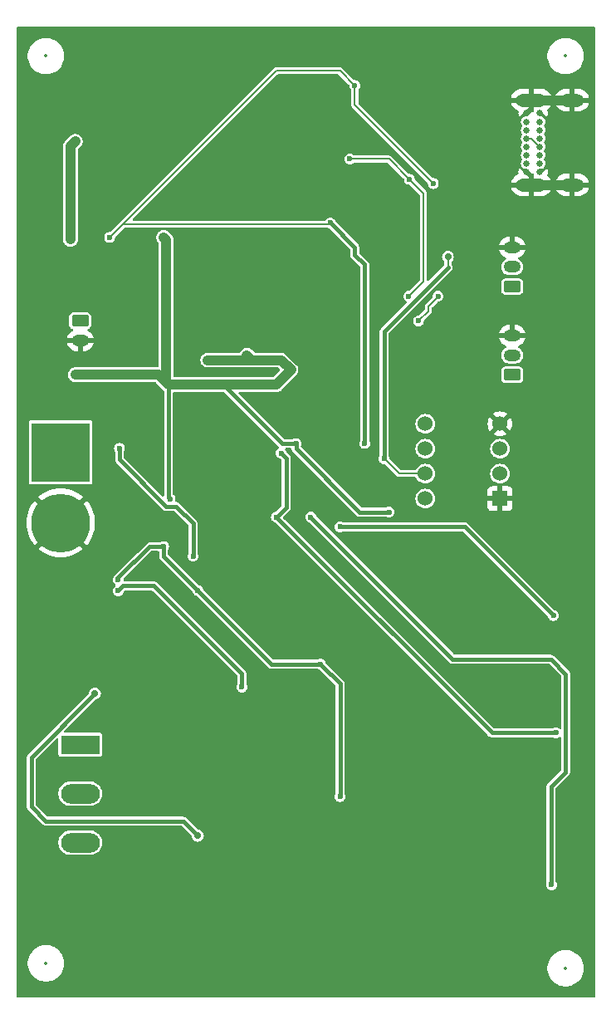
<source format=gbl>
%TF.GenerationSoftware,KiCad,Pcbnew,8.0.5*%
%TF.CreationDate,2024-11-27T15:50:40+01:00*%
%TF.ProjectId,escPCB,65736350-4342-42e6-9b69-6361645f7063,rev?*%
%TF.SameCoordinates,Original*%
%TF.FileFunction,Copper,L2,Bot*%
%TF.FilePolarity,Positive*%
%FSLAX46Y46*%
G04 Gerber Fmt 4.6, Leading zero omitted, Abs format (unit mm)*
G04 Created by KiCad (PCBNEW 8.0.5) date 2024-11-27 15:50:40*
%MOMM*%
%LPD*%
G01*
G04 APERTURE LIST*
G04 Aperture macros list*
%AMRoundRect*
0 Rectangle with rounded corners*
0 $1 Rounding radius*
0 $2 $3 $4 $5 $6 $7 $8 $9 X,Y pos of 4 corners*
0 Add a 4 corners polygon primitive as box body*
4,1,4,$2,$3,$4,$5,$6,$7,$8,$9,$2,$3,0*
0 Add four circle primitives for the rounded corners*
1,1,$1+$1,$2,$3*
1,1,$1+$1,$4,$5*
1,1,$1+$1,$6,$7*
1,1,$1+$1,$8,$9*
0 Add four rect primitives between the rounded corners*
20,1,$1+$1,$2,$3,$4,$5,0*
20,1,$1+$1,$4,$5,$6,$7,0*
20,1,$1+$1,$6,$7,$8,$9,0*
20,1,$1+$1,$8,$9,$2,$3,0*%
G04 Aperture macros list end*
%TA.AperFunction,ComponentPad*%
%ADD10O,1.750000X1.200000*%
%TD*%
%TA.AperFunction,ComponentPad*%
%ADD11RoundRect,0.250000X0.625000X-0.350000X0.625000X0.350000X-0.625000X0.350000X-0.625000X-0.350000X0*%
%TD*%
%TA.AperFunction,ComponentPad*%
%ADD12O,3.960000X1.980000*%
%TD*%
%TA.AperFunction,ComponentPad*%
%ADD13R,3.960000X1.980000*%
%TD*%
%TA.AperFunction,ComponentPad*%
%ADD14R,6.000000X6.000000*%
%TD*%
%TA.AperFunction,ComponentPad*%
%ADD15C,6.000000*%
%TD*%
%TA.AperFunction,ComponentPad*%
%ADD16C,1.524000*%
%TD*%
%TA.AperFunction,ComponentPad*%
%ADD17R,1.524000X1.524000*%
%TD*%
%TA.AperFunction,ComponentPad*%
%ADD18RoundRect,0.250000X-0.625000X0.350000X-0.625000X-0.350000X0.625000X-0.350000X0.625000X0.350000X0*%
%TD*%
%TA.AperFunction,ComponentPad*%
%ADD19C,0.648000*%
%TD*%
%TA.AperFunction,ComponentPad*%
%ADD20O,2.500000X1.300000*%
%TD*%
%TA.AperFunction,ComponentPad*%
%ADD21O,3.200000X1.300000*%
%TD*%
%TA.AperFunction,ViaPad*%
%ADD22C,0.700000*%
%TD*%
%TA.AperFunction,ViaPad*%
%ADD23C,0.600000*%
%TD*%
%TA.AperFunction,Conductor*%
%ADD24C,0.400000*%
%TD*%
%TA.AperFunction,Conductor*%
%ADD25C,0.200000*%
%TD*%
%TA.AperFunction,Conductor*%
%ADD26C,1.000000*%
%TD*%
%ADD27C,0.350000*%
%ADD28C,0.300000*%
%ADD29O,1.600000X0.700000*%
%ADD30O,2.000000X0.700000*%
G04 APERTURE END LIST*
D10*
%TO.P,J4,3,Pin_3*%
%TO.N,GND*%
X111050000Y-72000000D03*
%TO.P,J4,2,Pin_2*%
%TO.N,RP_UART_RX*%
X111050000Y-74000000D03*
D11*
%TO.P,J4,1,Pin_1*%
%TO.N,RP_UART_TX*%
X111050000Y-76000000D03*
%TD*%
D12*
%TO.P,J1,3,Pin_3*%
%TO.N,L3*%
X67000000Y-132705000D03*
%TO.P,J1,2,Pin_2*%
%TO.N,L2*%
X67000000Y-127705000D03*
D13*
%TO.P,J1,1,Pin_1*%
%TO.N,L1*%
X67000000Y-122705000D03*
%TD*%
D14*
%TO.P,J3,P,POS*%
%TO.N,+BATT*%
X65000000Y-92900000D03*
D15*
%TO.P,J3,N,NEG*%
%TO.N,GND*%
X65000000Y-100100000D03*
%TD*%
D16*
%TO.P,CR1,8,VCC+*%
%TO.N,+BATT*%
X102190000Y-97620000D03*
%TO.P,CR1,7,OUTPUT*%
%TO.N,PHASED*%
X102190000Y-95080000D03*
%TO.P,CR1,6,STROBE/BALANCE*%
%TO.N,unconnected-(CR1-STROBE{slash}BALANCE-Pad6)*%
X102190000Y-92540000D03*
%TO.P,CR1,5,BALANCE*%
%TO.N,unconnected-(CR1-BALANCE-Pad5)*%
X102190000Y-90000000D03*
%TO.P,CR1,4,VCC-*%
%TO.N,GND*%
X109810000Y-90000000D03*
%TO.P,CR1,3,INVERTINGINPUT*%
%TO.N,Net-(CR1-INVERTINGINPUT)*%
X109810000Y-92540000D03*
%TO.P,CR1,2,NONINVERTINGINPUT*%
%TO.N,Net-(CR1-NONINVERTINGINPUT)*%
X109810000Y-95080000D03*
D17*
%TO.P,CR1,1,GROUND*%
%TO.N,GND*%
X109810000Y-97620000D03*
%TD*%
D10*
%TO.P,J6,2,Pin_2*%
%TO.N,GND*%
X67000000Y-81500000D03*
D18*
%TO.P,J6,1,Pin_1*%
%TO.N,Net-(J6-Pin_1)*%
X67000000Y-79500000D03*
%TD*%
D10*
%TO.P,J5,3,Pin_3*%
%TO.N,GND*%
X111050000Y-81000000D03*
%TO.P,J5,2,Pin_2*%
%TO.N,SWD*%
X111050000Y-83000000D03*
D11*
%TO.P,J5,1,Pin_1*%
%TO.N,SWCLK*%
X111050000Y-85000000D03*
%TD*%
D19*
%TO.P,J2,A1,GND1*%
%TO.N,GND*%
X112510000Y-64295000D03*
%TO.P,J2,A4,VBUS1*%
%TO.N,unconnected-(J2-VBUS1-PadA4)*%
X112510000Y-63445000D03*
%TO.P,J2,A5,CC1*%
%TO.N,Net-(J2-CC1)*%
X112510000Y-62595000D03*
%TO.P,J2,A6,DA+*%
%TO.N,USB_D+*%
X112510000Y-61745000D03*
%TO.P,J2,A7,DA-*%
%TO.N,USB_D-*%
X112510000Y-60895000D03*
%TO.P,J2,A8,SBU1*%
%TO.N,unconnected-(J2-SBU1-PadA8)*%
X112510000Y-60045000D03*
%TO.P,J2,A9,VBUS2*%
%TO.N,unconnected-(J2-VBUS2-PadA9)*%
X112510000Y-59195000D03*
%TO.P,J2,A12,GND2*%
%TO.N,GND*%
X112510000Y-58345000D03*
%TO.P,J2,B1,GND3*%
X113860000Y-58345000D03*
%TO.P,J2,B4,VBUS3*%
%TO.N,unconnected-(J2-VBUS3-PadB4)*%
X113860000Y-59195000D03*
%TO.P,J2,B5,CC2*%
%TO.N,Net-(J2-CC2)*%
X113860000Y-60045000D03*
%TO.P,J2,B6,DB+*%
%TO.N,USB_D+*%
X113860000Y-60895000D03*
%TO.P,J2,B7,DB-*%
%TO.N,USB_D-*%
X113860000Y-61745000D03*
%TO.P,J2,B8,SBU2*%
%TO.N,unconnected-(J2-SBU2-PadB8)*%
X113860000Y-62595000D03*
%TO.P,J2,B9,VBUS4*%
%TO.N,unconnected-(J2-VBUS4-PadB9)*%
X113860000Y-63445000D03*
%TO.P,J2,B12,GND4*%
%TO.N,GND*%
X113860000Y-64295000D03*
D20*
%TO.P,J2,SH1,SHIELD1*%
X117160000Y-65640000D03*
%TO.P,J2,SH2,SHIELD2*%
X117160000Y-57000000D03*
D21*
%TO.P,J2,SH3,SHIELD3*%
X113010000Y-65640000D03*
%TO.P,J2,SH4,SHIELD4*%
X113010000Y-57000000D03*
%TD*%
D22*
%TO.N,GND*%
X96250000Y-68000000D03*
X96250000Y-72250000D03*
X99000000Y-72250000D03*
X100250000Y-71500000D03*
X100250000Y-69750000D03*
X100000000Y-68250000D03*
X105250000Y-68750000D03*
X103750000Y-60750000D03*
X105500000Y-60500000D03*
X103750000Y-58750000D03*
X94500000Y-60500000D03*
X92500000Y-53250000D03*
X93000000Y-55250000D03*
X95000000Y-59000000D03*
X89500000Y-59500000D03*
X91500000Y-62000000D03*
X91500000Y-58000000D03*
X90000000Y-56500000D03*
X89500000Y-64500000D03*
X91000000Y-64500000D03*
X89500000Y-63000000D03*
X112000000Y-70500000D03*
X112000000Y-68500000D03*
X106000000Y-64500000D03*
X109500000Y-66000000D03*
X109000000Y-57500000D03*
X110000000Y-59500000D03*
X87500000Y-144000000D03*
X62500000Y-140000000D03*
X62000000Y-121000000D03*
X62000000Y-133500000D03*
X110500000Y-54500000D03*
X105500000Y-53500000D03*
X107500000Y-146500000D03*
X109000000Y-143000000D03*
X111500000Y-144500000D03*
X116500000Y-140500000D03*
X118000000Y-135500000D03*
X118500000Y-125500000D03*
X118500000Y-117000000D03*
X118500000Y-111000000D03*
X118500000Y-104500000D03*
X118500000Y-97000000D03*
X116000000Y-85500000D03*
X113000000Y-86500000D03*
X113500000Y-80000000D03*
X116500000Y-80500000D03*
X116500000Y-77000000D03*
X113500000Y-77500000D03*
X113500000Y-71500000D03*
X116500000Y-71500000D03*
X114500000Y-82500000D03*
X115000000Y-74000000D03*
X118500000Y-93500000D03*
X118500000Y-89000000D03*
X118500000Y-84500000D03*
X118500000Y-79000000D03*
X118500000Y-73500000D03*
X118500000Y-70000000D03*
X117000000Y-68500000D03*
X118500000Y-67500000D03*
X118000000Y-61000000D03*
X116500000Y-63500000D03*
X118500000Y-62500000D03*
X116500000Y-62000000D03*
X118000000Y-59500000D03*
X116000000Y-59500000D03*
X108500000Y-55000000D03*
X79500000Y-82000000D03*
X80000000Y-73000000D03*
X112000000Y-94000000D03*
X88000000Y-88500000D03*
X82000000Y-71000000D03*
X103000000Y-72000000D03*
X106500000Y-75000000D03*
X103250000Y-69500000D03*
%TO.N,PHASED*%
X104500000Y-72987500D03*
%TO.N,CH_Gate*%
X68500000Y-117500000D03*
X79000000Y-132000000D03*
%TO.N,GND*%
X103000000Y-80500000D03*
X97500000Y-77000000D03*
X108000000Y-65000000D03*
X95500000Y-52500000D03*
X74000000Y-79500000D03*
X70000000Y-94000000D03*
X74500000Y-87500000D03*
X73500000Y-91000000D03*
X73526092Y-94153295D03*
X81000000Y-98000000D03*
X85500000Y-98500000D03*
X71000000Y-124500000D03*
X90000000Y-128500000D03*
X95000000Y-126500000D03*
X113000000Y-126000000D03*
X109500000Y-129000000D03*
X111500000Y-102000000D03*
X110000000Y-112000000D03*
X100000000Y-89500000D03*
X96000000Y-70000000D03*
X98000000Y-68000000D03*
X101500000Y-51500000D03*
X61500000Y-58000000D03*
X62000000Y-62500000D03*
X61500000Y-64500000D03*
X62500000Y-68000000D03*
X72000000Y-62500000D03*
X72000000Y-59500000D03*
X72500000Y-53500000D03*
X72000000Y-51500000D03*
X95000000Y-51000000D03*
X92000000Y-51000000D03*
X108500000Y-71500000D03*
X108500000Y-70000000D03*
X108000000Y-79000000D03*
X106500000Y-77500000D03*
X102500000Y-82000000D03*
X103500000Y-84000000D03*
X102500000Y-86500000D03*
X100000000Y-91000000D03*
X95500000Y-96500000D03*
X95000000Y-102000000D03*
X87000000Y-102000000D03*
X84000000Y-102000000D03*
X80500000Y-101000000D03*
X94000000Y-114500000D03*
X93500000Y-112500000D03*
X62000000Y-105500000D03*
X67500000Y-105500000D03*
X65500000Y-108000000D03*
X63500000Y-108000000D03*
X62500000Y-110000000D03*
X62500000Y-112000000D03*
X68000000Y-115000000D03*
X64500000Y-111000000D03*
X68000000Y-113000000D03*
X65000000Y-116000000D03*
X62000000Y-117500000D03*
X74000000Y-140000000D03*
X68500000Y-142000000D03*
X69000000Y-139000000D03*
X70500000Y-138000000D03*
X73500000Y-142000000D03*
X72500000Y-145500000D03*
X74000000Y-144500000D03*
X76500000Y-142500000D03*
X78500000Y-145500000D03*
X80500000Y-144500000D03*
X82500000Y-145500000D03*
X85000000Y-145500000D03*
X94000000Y-146000000D03*
X91500000Y-146000000D03*
X91000000Y-143500000D03*
X94000000Y-141500000D03*
X94000000Y-144000000D03*
X96500000Y-143000000D03*
X101500000Y-144000000D03*
D23*
X105500000Y-85500000D03*
X114500000Y-102000000D03*
X111500000Y-98000000D03*
X85000000Y-79500000D03*
D22*
X109500000Y-64500000D03*
D23*
X104500000Y-144000000D03*
X98500000Y-145500000D03*
X89000000Y-146000000D03*
X76500000Y-145000000D03*
X71000000Y-141000000D03*
X65000000Y-137500000D03*
X64000000Y-114000000D03*
X62500000Y-86000000D03*
X81500000Y-81000000D03*
X86500000Y-73500000D03*
D22*
X107000000Y-56500000D03*
X108000000Y-51500000D03*
D23*
X74000000Y-59000000D03*
X76000000Y-55000000D03*
X80500000Y-52000000D03*
X89000000Y-51500000D03*
D22*
X97500000Y-53000000D03*
X91000000Y-59500000D03*
X97500000Y-72500000D03*
D23*
%TO.N,+BATT*%
X98500000Y-99000000D03*
X89000000Y-92000000D03*
X88500000Y-84500000D03*
X79000000Y-107000000D03*
X76160975Y-97650000D03*
X76000000Y-86000000D03*
X66500000Y-85000000D03*
X91500000Y-114500000D03*
X70860662Y-105880331D03*
X80000000Y-83500000D03*
X75500000Y-102500000D03*
X84000000Y-83000000D03*
X93500000Y-128000000D03*
X75500000Y-71000000D03*
%TO.N,AH_Gate*%
X71000000Y-92500000D03*
X78500000Y-103500000D03*
%TO.N,GND*%
X77000000Y-112000000D03*
X76750000Y-99920094D03*
%TO.N,AL_Gate*%
X93500000Y-100500000D03*
X115255000Y-109540000D03*
%TO.N,BH_Gate*%
X83474952Y-116824952D03*
X70860662Y-107024468D03*
%TO.N,BL_Gate*%
X87000000Y-99500000D03*
X87479406Y-92979406D03*
X115500000Y-121500000D03*
%TO.N,+3.3V*%
X96000000Y-92000000D03*
X92500000Y-69500000D03*
X70000000Y-71000000D03*
X103000000Y-65500000D03*
X95000000Y-55500000D03*
%TO.N,Net-(JP3-A)*%
X66000000Y-71200000D03*
X66500000Y-61200000D03*
%TO.N,+1V1*%
X100565686Y-65065686D03*
X94500000Y-63000000D03*
X100500000Y-77000000D03*
%TO.N,CL_Gate*%
X115065000Y-137000000D03*
X90500000Y-99500000D03*
%TO.N,PHASED*%
X98000000Y-93550000D03*
%TO.N,Net-(U1-RUN)*%
X101500000Y-79500000D03*
X103500000Y-77000000D03*
D22*
%TO.N,GND*%
X66500000Y-118000000D03*
D23*
X91000000Y-69000000D03*
%TD*%
D24*
%TO.N,+3.3V*%
X95000000Y-72750000D02*
X95000000Y-72000000D01*
X96000000Y-73750000D02*
X95000000Y-72750000D01*
X95000000Y-72000000D02*
X92500000Y-69500000D01*
X96000000Y-92000000D02*
X96000000Y-73750000D01*
D25*
%TO.N,+1V1*%
X102000000Y-75500000D02*
X100500000Y-77000000D01*
X102000000Y-66500000D02*
X102000000Y-75500000D01*
X100565686Y-65065686D02*
X102000000Y-66500000D01*
%TO.N,+3.3V*%
X87000000Y-54000000D02*
X93500000Y-54000000D01*
X70000000Y-71000000D02*
X87000000Y-54000000D01*
X93500000Y-54000000D02*
X95000000Y-55500000D01*
D26*
%TO.N,GND*%
X113010000Y-57000000D02*
X117160000Y-57000000D01*
X113010000Y-65640000D02*
X117160000Y-65640000D01*
D25*
%TO.N,USB_D-*%
X113827530Y-61745000D02*
X113860000Y-61745000D01*
X112977530Y-60895000D02*
X113827530Y-61745000D01*
X112510000Y-60895000D02*
X112977530Y-60895000D01*
%TO.N,PHASED*%
X104500000Y-74060661D02*
X104500000Y-72987500D01*
D24*
%TO.N,CH_Gate*%
X62000000Y-124000000D02*
X68500000Y-117500000D01*
X77500000Y-130500000D02*
X63500000Y-130500000D01*
X79000000Y-132000000D02*
X77500000Y-130500000D01*
X63500000Y-130500000D02*
X62000000Y-129000000D01*
X62000000Y-129000000D02*
X62000000Y-124000000D01*
%TO.N,+BATT*%
X98500000Y-99000000D02*
X95500000Y-99000000D01*
D26*
X76000000Y-86000000D02*
X87000000Y-86000000D01*
X75000000Y-85000000D02*
X76000000Y-86000000D01*
X87000000Y-86000000D02*
X88500000Y-84500000D01*
D24*
X91500000Y-114500000D02*
X86500000Y-114500000D01*
X70860662Y-105657785D02*
X70860662Y-105880331D01*
X93500000Y-128000000D02*
X93500000Y-116500000D01*
D26*
X80000000Y-83500000D02*
X87500000Y-83500000D01*
D24*
X86500000Y-114500000D02*
X79000000Y-107000000D01*
D26*
X84000000Y-83000000D02*
X84500000Y-83500000D01*
D24*
X95500000Y-99000000D02*
X89000000Y-92500000D01*
D26*
X75750000Y-71250000D02*
X75500000Y-71000000D01*
X66500000Y-85000000D02*
X75000000Y-85000000D01*
D24*
X76000000Y-86000000D02*
X76000000Y-97489025D01*
D26*
X75750000Y-85750000D02*
X75750000Y-71250000D01*
D24*
X87560661Y-92000000D02*
X89000000Y-92000000D01*
X76000000Y-97489025D02*
X76160975Y-97650000D01*
X74018447Y-102500000D02*
X70860662Y-105657785D01*
X75500000Y-102500000D02*
X74018447Y-102500000D01*
D26*
X84500000Y-83500000D02*
X87500000Y-83500000D01*
D24*
X79000000Y-107000000D02*
X75500000Y-103500000D01*
X81560661Y-86000000D02*
X87560661Y-92000000D01*
X76000000Y-86000000D02*
X81560661Y-86000000D01*
%TO.N,AH_Gate*%
X76748528Y-98400000D02*
X78500000Y-100151472D01*
X78500000Y-100151472D02*
X78500000Y-103500000D01*
X71000000Y-93648528D02*
X75751472Y-98400000D01*
X71000000Y-92500000D02*
X71000000Y-93648528D01*
%TO.N,GND*%
X74510050Y-112000000D02*
X70110662Y-107600612D01*
X77000000Y-112000000D02*
X74510050Y-112000000D01*
X70110662Y-105559257D02*
X75749825Y-99920094D01*
X75749825Y-99920094D02*
X76750000Y-99920094D01*
%TO.N,AL_Gate*%
X106215000Y-100500000D02*
X115255000Y-109540000D01*
X93500000Y-100500000D02*
X106215000Y-100500000D01*
%TO.N,BH_Gate*%
X71385130Y-106500000D02*
X70860662Y-107024468D01*
X83474952Y-115474952D02*
X74500000Y-106500000D01*
X74500000Y-106500000D02*
X71385130Y-106500000D01*
X83474952Y-116824952D02*
X83474952Y-115474952D01*
%TO.N,BL_Gate*%
X88000000Y-93500000D02*
X87479406Y-92979406D01*
X87000000Y-99500000D02*
X109000000Y-121500000D01*
X109000000Y-121500000D02*
X115500000Y-121500000D01*
X88000000Y-98500000D02*
X88000000Y-93500000D01*
D25*
%TO.N,+3.3V*%
X103000000Y-65500000D02*
X95000000Y-57500000D01*
X92350000Y-69650000D02*
X71350000Y-69650000D01*
D26*
%TO.N,Net-(JP3-A)*%
X66000000Y-71200000D02*
X66000000Y-61700000D01*
X66000000Y-61700000D02*
X66500000Y-61200000D01*
D25*
%TO.N,+1V1*%
X98500000Y-63000000D02*
X100565686Y-65065686D01*
X94500000Y-63000000D02*
X98500000Y-63000000D01*
D24*
%TO.N,CL_Gate*%
X116500000Y-115500000D02*
X116500000Y-125500000D01*
X115000000Y-136935000D02*
X115065000Y-137000000D01*
X115000000Y-127000000D02*
X115000000Y-136935000D01*
X105000000Y-114000000D02*
X115000000Y-114000000D01*
X90500000Y-99500000D02*
X105000000Y-114000000D01*
%TO.N,PHASED*%
X98000000Y-80560661D02*
X104500000Y-74060661D01*
D25*
X102190000Y-95080000D02*
X99530000Y-95080000D01*
D24*
X98000000Y-93550000D02*
X98000000Y-80560661D01*
D25*
%TO.N,Net-(U1-RUN)*%
X103500000Y-77000000D02*
X102500000Y-78000000D01*
X102500000Y-78500000D02*
X101500000Y-79500000D01*
X102500000Y-78000000D02*
X102500000Y-78500000D01*
%TO.N,PHASED*%
X99530000Y-95080000D02*
X98000000Y-93550000D01*
D24*
%TO.N,CL_Gate*%
X116500000Y-125500000D02*
X115000000Y-127000000D01*
X115000000Y-114000000D02*
X116500000Y-115500000D01*
D25*
%TO.N,+3.3V*%
X71350000Y-69650000D02*
X70000000Y-71000000D01*
X92500000Y-69500000D02*
X92350000Y-69650000D01*
X95000000Y-57500000D02*
X95000000Y-55500000D01*
D24*
%TO.N,BL_Gate*%
X87000000Y-99500000D02*
X88000000Y-98500000D01*
%TO.N,GND*%
X70110662Y-107600612D02*
X70110662Y-105559257D01*
%TO.N,AH_Gate*%
X75751472Y-98400000D02*
X76748528Y-98400000D01*
%TO.N,+BATT*%
X93500000Y-116500000D02*
X91500000Y-114500000D01*
X75500000Y-103500000D02*
X75500000Y-102500000D01*
X89000000Y-92500000D02*
X89000000Y-92000000D01*
D26*
X87500000Y-83500000D02*
X88500000Y-84500000D01*
D24*
X76000000Y-86000000D02*
X75750000Y-85750000D01*
%TD*%
%TA.AperFunction,Conductor*%
%TO.N,GND*%
G36*
X119442539Y-49520185D02*
G01*
X119488294Y-49572989D01*
X119499500Y-49624500D01*
X119499500Y-148375500D01*
X119479815Y-148442539D01*
X119427011Y-148488294D01*
X119375500Y-148499500D01*
X60624500Y-148499500D01*
X60557461Y-148479815D01*
X60511706Y-148427011D01*
X60500500Y-148375500D01*
X60500500Y-144878711D01*
X61649500Y-144878711D01*
X61649500Y-145121288D01*
X61681161Y-145361785D01*
X61743947Y-145596104D01*
X61754379Y-145621288D01*
X61836776Y-145820212D01*
X61958064Y-146030289D01*
X61958066Y-146030292D01*
X61958067Y-146030293D01*
X62105733Y-146222736D01*
X62105739Y-146222743D01*
X62277256Y-146394260D01*
X62277262Y-146394265D01*
X62469711Y-146541936D01*
X62679788Y-146663224D01*
X62903900Y-146756054D01*
X63138211Y-146818838D01*
X63318586Y-146842584D01*
X63378711Y-146850500D01*
X63378712Y-146850500D01*
X63621289Y-146850500D01*
X63669388Y-146844167D01*
X63861789Y-146818838D01*
X64096100Y-146756054D01*
X64320212Y-146663224D01*
X64530289Y-146541936D01*
X64722738Y-146394265D01*
X64894265Y-146222738D01*
X65041936Y-146030289D01*
X65163224Y-145820212D01*
X65256054Y-145596100D01*
X65314304Y-145378711D01*
X114649500Y-145378711D01*
X114649500Y-145621288D01*
X114681161Y-145861785D01*
X114743947Y-146096104D01*
X114796400Y-146222736D01*
X114836776Y-146320212D01*
X114958064Y-146530289D01*
X114958066Y-146530292D01*
X114958067Y-146530293D01*
X115105733Y-146722736D01*
X115105739Y-146722743D01*
X115277256Y-146894260D01*
X115277262Y-146894265D01*
X115469711Y-147041936D01*
X115679788Y-147163224D01*
X115903900Y-147256054D01*
X116138211Y-147318838D01*
X116318586Y-147342584D01*
X116378711Y-147350500D01*
X116378712Y-147350500D01*
X116621289Y-147350500D01*
X116669388Y-147344167D01*
X116861789Y-147318838D01*
X117096100Y-147256054D01*
X117320212Y-147163224D01*
X117530289Y-147041936D01*
X117722738Y-146894265D01*
X117894265Y-146722738D01*
X118041936Y-146530289D01*
X118163224Y-146320212D01*
X118256054Y-146096100D01*
X118318838Y-145861789D01*
X118350500Y-145621288D01*
X118350500Y-145378712D01*
X118318838Y-145138211D01*
X118256054Y-144903900D01*
X118163224Y-144679788D01*
X118041936Y-144469711D01*
X117894265Y-144277262D01*
X117894260Y-144277256D01*
X117722743Y-144105739D01*
X117722736Y-144105733D01*
X117530293Y-143958067D01*
X117530292Y-143958066D01*
X117530289Y-143958064D01*
X117320212Y-143836776D01*
X117320205Y-143836773D01*
X117096104Y-143743947D01*
X116861785Y-143681161D01*
X116621289Y-143649500D01*
X116621288Y-143649500D01*
X116378712Y-143649500D01*
X116378711Y-143649500D01*
X116138214Y-143681161D01*
X115903895Y-143743947D01*
X115679794Y-143836773D01*
X115679785Y-143836777D01*
X115469706Y-143958067D01*
X115277263Y-144105733D01*
X115277256Y-144105739D01*
X115105739Y-144277256D01*
X115105733Y-144277263D01*
X114958067Y-144469706D01*
X114836777Y-144679785D01*
X114836773Y-144679794D01*
X114743947Y-144903895D01*
X114681161Y-145138214D01*
X114649500Y-145378711D01*
X65314304Y-145378711D01*
X65318838Y-145361789D01*
X65350500Y-145121288D01*
X65350500Y-144878712D01*
X65318838Y-144638211D01*
X65256054Y-144403900D01*
X65163224Y-144179788D01*
X65041936Y-143969711D01*
X64894265Y-143777262D01*
X64894260Y-143777256D01*
X64722743Y-143605739D01*
X64722736Y-143605733D01*
X64530293Y-143458067D01*
X64530292Y-143458066D01*
X64530289Y-143458064D01*
X64320212Y-143336776D01*
X64320205Y-143336773D01*
X64096104Y-143243947D01*
X63861785Y-143181161D01*
X63621289Y-143149500D01*
X63621288Y-143149500D01*
X63378712Y-143149500D01*
X63378711Y-143149500D01*
X63138214Y-143181161D01*
X62903895Y-143243947D01*
X62679794Y-143336773D01*
X62679785Y-143336777D01*
X62469706Y-143458067D01*
X62277263Y-143605733D01*
X62277256Y-143605739D01*
X62105739Y-143777256D01*
X62105733Y-143777263D01*
X61958067Y-143969706D01*
X61836777Y-144179785D01*
X61836773Y-144179794D01*
X61743947Y-144403895D01*
X61681161Y-144638214D01*
X61649500Y-144878711D01*
X60500500Y-144878711D01*
X60500500Y-132607365D01*
X64769500Y-132607365D01*
X64769500Y-132802634D01*
X64800045Y-132995485D01*
X64860381Y-133181184D01*
X64860382Y-133181187D01*
X64949031Y-133355167D01*
X65063793Y-133513125D01*
X65063797Y-133513130D01*
X65201869Y-133651202D01*
X65201874Y-133651206D01*
X65339653Y-133751307D01*
X65359836Y-133765971D01*
X65473565Y-133823919D01*
X65533812Y-133854617D01*
X65533815Y-133854618D01*
X65626664Y-133884786D01*
X65719516Y-133914955D01*
X65808835Y-133929101D01*
X65912366Y-133945500D01*
X65912371Y-133945500D01*
X68087634Y-133945500D01*
X68181125Y-133930691D01*
X68280484Y-133914955D01*
X68466187Y-133854617D01*
X68640164Y-133765971D01*
X68798132Y-133651201D01*
X68936201Y-133513132D01*
X69050971Y-133355164D01*
X69139617Y-133181187D01*
X69199955Y-132995484D01*
X69215691Y-132896125D01*
X69230500Y-132802634D01*
X69230500Y-132607365D01*
X69202135Y-132428281D01*
X69199955Y-132414516D01*
X69139617Y-132228813D01*
X69139617Y-132228812D01*
X69102905Y-132156762D01*
X69050971Y-132054836D01*
X69011131Y-132000001D01*
X68936206Y-131896874D01*
X68936202Y-131896869D01*
X68798130Y-131758797D01*
X68798125Y-131758793D01*
X68640167Y-131644031D01*
X68640166Y-131644030D01*
X68640164Y-131644029D01*
X68584426Y-131615629D01*
X68466187Y-131555382D01*
X68466184Y-131555381D01*
X68280485Y-131495045D01*
X68087634Y-131464500D01*
X68087629Y-131464500D01*
X65912371Y-131464500D01*
X65912366Y-131464500D01*
X65719514Y-131495045D01*
X65533815Y-131555381D01*
X65533812Y-131555382D01*
X65359832Y-131644031D01*
X65201874Y-131758793D01*
X65201869Y-131758797D01*
X65063797Y-131896869D01*
X65063793Y-131896874D01*
X64949031Y-132054832D01*
X64860382Y-132228812D01*
X64860381Y-132228815D01*
X64800045Y-132414514D01*
X64769500Y-132607365D01*
X60500500Y-132607365D01*
X60500500Y-123940691D01*
X61549500Y-123940691D01*
X61549500Y-129059308D01*
X61573712Y-129149672D01*
X61580200Y-129173885D01*
X61580200Y-129173886D01*
X61580201Y-129173887D01*
X61639511Y-129276614D01*
X63223386Y-130860489D01*
X63223387Y-130860490D01*
X63223389Y-130860491D01*
X63282693Y-130894729D01*
X63282696Y-130894732D01*
X63316937Y-130914500D01*
X63326114Y-130919799D01*
X63440691Y-130950500D01*
X77262035Y-130950500D01*
X77329074Y-130970185D01*
X77349716Y-130986819D01*
X78369317Y-132006420D01*
X78402802Y-132067743D01*
X78404575Y-132077915D01*
X78414955Y-132156761D01*
X78444801Y-132228815D01*
X78475464Y-132302841D01*
X78571718Y-132428282D01*
X78697159Y-132524536D01*
X78843238Y-132585044D01*
X78921619Y-132595363D01*
X78999999Y-132605682D01*
X79000000Y-132605682D01*
X79000001Y-132605682D01*
X79052254Y-132598802D01*
X79156762Y-132585044D01*
X79302841Y-132524536D01*
X79428282Y-132428282D01*
X79524536Y-132302841D01*
X79585044Y-132156762D01*
X79605682Y-132000000D01*
X79585044Y-131843238D01*
X79524536Y-131697159D01*
X79428282Y-131571718D01*
X79302841Y-131475464D01*
X79276372Y-131464500D01*
X79156761Y-131414955D01*
X79077915Y-131404575D01*
X79014018Y-131376308D01*
X79006420Y-131369317D01*
X77776616Y-130139513D01*
X77776614Y-130139511D01*
X77725250Y-130109856D01*
X77673888Y-130080201D01*
X77661780Y-130076957D01*
X77649673Y-130073713D01*
X77649670Y-130073712D01*
X77611478Y-130063478D01*
X77559309Y-130049500D01*
X77559308Y-130049500D01*
X63737965Y-130049500D01*
X63670926Y-130029815D01*
X63650284Y-130013181D01*
X62486819Y-128849716D01*
X62453334Y-128788393D01*
X62450500Y-128762035D01*
X62450500Y-127607365D01*
X64769500Y-127607365D01*
X64769500Y-127802634D01*
X64800045Y-127995485D01*
X64860381Y-128181184D01*
X64860382Y-128181187D01*
X64949031Y-128355167D01*
X65063793Y-128513125D01*
X65063797Y-128513130D01*
X65201869Y-128651202D01*
X65201874Y-128651206D01*
X65339653Y-128751307D01*
X65359836Y-128765971D01*
X65473565Y-128823919D01*
X65533812Y-128854617D01*
X65533815Y-128854618D01*
X65626664Y-128884786D01*
X65719516Y-128914955D01*
X65808835Y-128929101D01*
X65912366Y-128945500D01*
X65912371Y-128945500D01*
X68087634Y-128945500D01*
X68181125Y-128930691D01*
X68280484Y-128914955D01*
X68466187Y-128854617D01*
X68640164Y-128765971D01*
X68798132Y-128651201D01*
X68936201Y-128513132D01*
X69050971Y-128355164D01*
X69139617Y-128181187D01*
X69199955Y-127995484D01*
X69222001Y-127856291D01*
X69230500Y-127802634D01*
X69230500Y-127607365D01*
X69212730Y-127495174D01*
X69199955Y-127414516D01*
X69139617Y-127228813D01*
X69139617Y-127228812D01*
X69099604Y-127150284D01*
X69050971Y-127054836D01*
X69036307Y-127034653D01*
X68936206Y-126896874D01*
X68936202Y-126896869D01*
X68798130Y-126758797D01*
X68798125Y-126758793D01*
X68640167Y-126644031D01*
X68640166Y-126644030D01*
X68640164Y-126644029D01*
X68584426Y-126615629D01*
X68466187Y-126555382D01*
X68466184Y-126555381D01*
X68280485Y-126495045D01*
X68087634Y-126464500D01*
X68087629Y-126464500D01*
X65912371Y-126464500D01*
X65912366Y-126464500D01*
X65719514Y-126495045D01*
X65533815Y-126555381D01*
X65533812Y-126555382D01*
X65359832Y-126644031D01*
X65201874Y-126758793D01*
X65201869Y-126758797D01*
X65063797Y-126896869D01*
X65063793Y-126896874D01*
X64949031Y-127054832D01*
X64860382Y-127228812D01*
X64860381Y-127228815D01*
X64800045Y-127414514D01*
X64769500Y-127607365D01*
X62450500Y-127607365D01*
X62450500Y-124237965D01*
X62470185Y-124170926D01*
X62486819Y-124150284D01*
X64557819Y-122079284D01*
X64619142Y-122045799D01*
X64688834Y-122050783D01*
X64744767Y-122092655D01*
X64769184Y-122158119D01*
X64769500Y-122166965D01*
X64769500Y-123719678D01*
X64784032Y-123792735D01*
X64784033Y-123792739D01*
X64784034Y-123792740D01*
X64839399Y-123875601D01*
X64922260Y-123930966D01*
X64922264Y-123930967D01*
X64995321Y-123945499D01*
X64995324Y-123945500D01*
X64995326Y-123945500D01*
X69004676Y-123945500D01*
X69004677Y-123945499D01*
X69077740Y-123930966D01*
X69160601Y-123875601D01*
X69215966Y-123792740D01*
X69230500Y-123719674D01*
X69230500Y-121690326D01*
X69230500Y-121690323D01*
X69230499Y-121690321D01*
X69215967Y-121617264D01*
X69215966Y-121617260D01*
X69160601Y-121534399D01*
X69077740Y-121479034D01*
X69077739Y-121479033D01*
X69077735Y-121479032D01*
X69004677Y-121464500D01*
X69004674Y-121464500D01*
X65471965Y-121464500D01*
X65404926Y-121444815D01*
X65359171Y-121392011D01*
X65349227Y-121322853D01*
X65378252Y-121259297D01*
X65384284Y-121252819D01*
X65692353Y-120944750D01*
X68506422Y-118130679D01*
X68567743Y-118097196D01*
X68577896Y-118095426D01*
X68656762Y-118085044D01*
X68802841Y-118024536D01*
X68928282Y-117928282D01*
X69024536Y-117802841D01*
X69085044Y-117656762D01*
X69105682Y-117500000D01*
X69085044Y-117343238D01*
X69024536Y-117197159D01*
X68928282Y-117071718D01*
X68802841Y-116975464D01*
X68786424Y-116968664D01*
X68656762Y-116914956D01*
X68656760Y-116914955D01*
X68500001Y-116894318D01*
X68499999Y-116894318D01*
X68343239Y-116914955D01*
X68343237Y-116914956D01*
X68197160Y-116975463D01*
X68071718Y-117071718D01*
X67975463Y-117197160D01*
X67914956Y-117343238D01*
X67904575Y-117422084D01*
X67876308Y-117485980D01*
X67869317Y-117493578D01*
X61639513Y-123723383D01*
X61639509Y-123723389D01*
X61580201Y-123826112D01*
X61580200Y-123826117D01*
X61549500Y-123940691D01*
X60500500Y-123940691D01*
X60500500Y-105880330D01*
X70305412Y-105880330D01*
X70305412Y-105880331D01*
X70324332Y-106024039D01*
X70324333Y-106024043D01*
X70379799Y-106157953D01*
X70379800Y-106157955D01*
X70379801Y-106157956D01*
X70468041Y-106272952D01*
X70528059Y-106319005D01*
X70573695Y-106354024D01*
X70614897Y-106410452D01*
X70619052Y-106480198D01*
X70584839Y-106541118D01*
X70573695Y-106550774D01*
X70468043Y-106631844D01*
X70379799Y-106746845D01*
X70324333Y-106880755D01*
X70324332Y-106880759D01*
X70305412Y-107024467D01*
X70305412Y-107024468D01*
X70324332Y-107168176D01*
X70324333Y-107168180D01*
X70379799Y-107302090D01*
X70379800Y-107302092D01*
X70379801Y-107302093D01*
X70468041Y-107417089D01*
X70583037Y-107505329D01*
X70716953Y-107560798D01*
X70843942Y-107577516D01*
X70860661Y-107579718D01*
X70860662Y-107579718D01*
X70860663Y-107579718D01*
X70875639Y-107577746D01*
X71004371Y-107560798D01*
X71138287Y-107505329D01*
X71253283Y-107417089D01*
X71341523Y-107302093D01*
X71396992Y-107168177D01*
X71398006Y-107160472D01*
X71426267Y-107096574D01*
X71433250Y-107088981D01*
X71535417Y-106986817D01*
X71596741Y-106953333D01*
X71623097Y-106950500D01*
X74262035Y-106950500D01*
X74329074Y-106970185D01*
X74349716Y-106986819D01*
X82988133Y-115625236D01*
X83021618Y-115686559D01*
X83024452Y-115712917D01*
X83024452Y-116465667D01*
X83004767Y-116532706D01*
X82998829Y-116541152D01*
X82994090Y-116547327D01*
X82938623Y-116681239D01*
X82938622Y-116681243D01*
X82919702Y-116824952D01*
X82931551Y-116914956D01*
X82938622Y-116968660D01*
X82938623Y-116968664D01*
X82994089Y-117102574D01*
X82994090Y-117102576D01*
X82994091Y-117102577D01*
X83082331Y-117217573D01*
X83197327Y-117305813D01*
X83331243Y-117361282D01*
X83458232Y-117378000D01*
X83474951Y-117380202D01*
X83474952Y-117380202D01*
X83474953Y-117380202D01*
X83489929Y-117378230D01*
X83618661Y-117361282D01*
X83752577Y-117305813D01*
X83867573Y-117217573D01*
X83955813Y-117102577D01*
X84011282Y-116968661D01*
X84030202Y-116824952D01*
X84011282Y-116681243D01*
X83955813Y-116547327D01*
X83951075Y-116541152D01*
X83925882Y-116475983D01*
X83925452Y-116465667D01*
X83925452Y-115415645D01*
X83925452Y-115415643D01*
X83894751Y-115301066D01*
X83894751Y-115301065D01*
X83894751Y-115301064D01*
X83835444Y-115198341D01*
X83835440Y-115198336D01*
X74776616Y-106139513D01*
X74776614Y-106139511D01*
X74725250Y-106109856D01*
X74673888Y-106080201D01*
X74661780Y-106076957D01*
X74649673Y-106073713D01*
X74649670Y-106073712D01*
X74611478Y-106063478D01*
X74559309Y-106049500D01*
X74559308Y-106049500D01*
X71535035Y-106049500D01*
X71467996Y-106029815D01*
X71422241Y-105977011D01*
X71412096Y-105909314D01*
X71415912Y-105880331D01*
X71407525Y-105816631D01*
X71418290Y-105747598D01*
X71442780Y-105712768D01*
X74168731Y-102986819D01*
X74230054Y-102953334D01*
X74256412Y-102950500D01*
X74925500Y-102950500D01*
X74992539Y-102970185D01*
X75038294Y-103022989D01*
X75049500Y-103074500D01*
X75049500Y-103559308D01*
X75072114Y-103643708D01*
X75080200Y-103673885D01*
X75080200Y-103673886D01*
X75080201Y-103673887D01*
X75139511Y-103776614D01*
X75139513Y-103776616D01*
X78427396Y-107064499D01*
X78460881Y-107125822D01*
X78462654Y-107135991D01*
X78463670Y-107143710D01*
X78519137Y-107277622D01*
X78519138Y-107277624D01*
X78519139Y-107277625D01*
X78607379Y-107392621D01*
X78722375Y-107480861D01*
X78781447Y-107505329D01*
X78856288Y-107536329D01*
X78856290Y-107536330D01*
X78859721Y-107536781D01*
X78863995Y-107537344D01*
X78927894Y-107565606D01*
X78935499Y-107572602D01*
X86223386Y-114860490D01*
X86326113Y-114919799D01*
X86350321Y-114926284D01*
X86350324Y-114926286D01*
X86350325Y-114926286D01*
X86380447Y-114934357D01*
X86440691Y-114950500D01*
X91140715Y-114950500D01*
X91207754Y-114970185D01*
X91216199Y-114976123D01*
X91222370Y-114980858D01*
X91222376Y-114980862D01*
X91356288Y-115036329D01*
X91356290Y-115036330D01*
X91359721Y-115036781D01*
X91363995Y-115037344D01*
X91427894Y-115065606D01*
X91435500Y-115072603D01*
X93013181Y-116650284D01*
X93046666Y-116711607D01*
X93049500Y-116737965D01*
X93049500Y-127640715D01*
X93029815Y-127707754D01*
X93023877Y-127716200D01*
X93019138Y-127722375D01*
X92963671Y-127856287D01*
X92963670Y-127856291D01*
X92944750Y-127999999D01*
X92944750Y-128000000D01*
X92963670Y-128143708D01*
X92963671Y-128143712D01*
X93019137Y-128277622D01*
X93019138Y-128277624D01*
X93019139Y-128277625D01*
X93107379Y-128392621D01*
X93222375Y-128480861D01*
X93356291Y-128536330D01*
X93483280Y-128553048D01*
X93499999Y-128555250D01*
X93500000Y-128555250D01*
X93500001Y-128555250D01*
X93514977Y-128553278D01*
X93643709Y-128536330D01*
X93777625Y-128480861D01*
X93892621Y-128392621D01*
X93980861Y-128277625D01*
X94036330Y-128143709D01*
X94055250Y-128000000D01*
X94054655Y-127995484D01*
X94053048Y-127983280D01*
X94036330Y-127856291D01*
X93980861Y-127722375D01*
X93976123Y-127716200D01*
X93950930Y-127651031D01*
X93950500Y-127640715D01*
X93950500Y-116440693D01*
X93950500Y-116440691D01*
X93919799Y-116326114D01*
X93919799Y-116326113D01*
X93860489Y-116223386D01*
X92072603Y-114435500D01*
X92039118Y-114374177D01*
X92037344Y-114363995D01*
X92036330Y-114356290D01*
X92036329Y-114356288D01*
X91980862Y-114222378D01*
X91980861Y-114222375D01*
X91892621Y-114107379D01*
X91777625Y-114019139D01*
X91777624Y-114019138D01*
X91777622Y-114019137D01*
X91643712Y-113963671D01*
X91643710Y-113963670D01*
X91643709Y-113963670D01*
X91571854Y-113954210D01*
X91500001Y-113944750D01*
X91499999Y-113944750D01*
X91356291Y-113963670D01*
X91356287Y-113963671D01*
X91222376Y-114019138D01*
X91222370Y-114019141D01*
X91216199Y-114023877D01*
X91151030Y-114049070D01*
X91140715Y-114049500D01*
X86737966Y-114049500D01*
X86670927Y-114029815D01*
X86650285Y-114013181D01*
X79572603Y-106935500D01*
X79539118Y-106874177D01*
X79537344Y-106863995D01*
X79536330Y-106856290D01*
X79536329Y-106856288D01*
X79480862Y-106722378D01*
X79480861Y-106722375D01*
X79392621Y-106607379D01*
X79277625Y-106519139D01*
X79277624Y-106519138D01*
X79277622Y-106519137D01*
X79143710Y-106463670D01*
X79140002Y-106463182D01*
X79135990Y-106462653D01*
X79072096Y-106434385D01*
X79064499Y-106427396D01*
X75986819Y-103349716D01*
X75953334Y-103288393D01*
X75950500Y-103262035D01*
X75950500Y-102859284D01*
X75970185Y-102792245D01*
X75976116Y-102783808D01*
X75980861Y-102777625D01*
X76036330Y-102643709D01*
X76055250Y-102500000D01*
X76036330Y-102356291D01*
X75980861Y-102222375D01*
X75892621Y-102107379D01*
X75777625Y-102019139D01*
X75777624Y-102019138D01*
X75777622Y-102019137D01*
X75643712Y-101963671D01*
X75643710Y-101963670D01*
X75643709Y-101963670D01*
X75571854Y-101954210D01*
X75500001Y-101944750D01*
X75499999Y-101944750D01*
X75356291Y-101963670D01*
X75356287Y-101963671D01*
X75222376Y-102019138D01*
X75222370Y-102019141D01*
X75216199Y-102023877D01*
X75151030Y-102049070D01*
X75140715Y-102049500D01*
X73959138Y-102049500D01*
X73844561Y-102080201D01*
X73844559Y-102080201D01*
X73844559Y-102080202D01*
X73819781Y-102094508D01*
X73819780Y-102094508D01*
X73741836Y-102139508D01*
X73741831Y-102139512D01*
X70500175Y-105381168D01*
X70500171Y-105381174D01*
X70440863Y-105483897D01*
X70440862Y-105483902D01*
X70431093Y-105520356D01*
X70409696Y-105563745D01*
X70379800Y-105602706D01*
X70324333Y-105736618D01*
X70324332Y-105736622D01*
X70305412Y-105880330D01*
X60500500Y-105880330D01*
X60500500Y-100099999D01*
X61495197Y-100099999D01*
X61495197Y-100100000D01*
X61514397Y-100466353D01*
X61571784Y-100828684D01*
X61571784Y-100828686D01*
X61666736Y-101183051D01*
X61798204Y-101525535D01*
X61964754Y-101852406D01*
X62164553Y-102160070D01*
X62353297Y-102393148D01*
X63223947Y-101522498D01*
X63285895Y-101603230D01*
X63496770Y-101814105D01*
X63577500Y-101876051D01*
X62706850Y-102746701D01*
X62939929Y-102935446D01*
X63247593Y-103135245D01*
X63574464Y-103301795D01*
X63916948Y-103433263D01*
X64271314Y-103528215D01*
X64633646Y-103585602D01*
X64999999Y-103604803D01*
X65000001Y-103604803D01*
X65366353Y-103585602D01*
X65728684Y-103528215D01*
X65728686Y-103528215D01*
X66083051Y-103433263D01*
X66425535Y-103301795D01*
X66752406Y-103135245D01*
X67060064Y-102935450D01*
X67293148Y-102746701D01*
X66422499Y-101876052D01*
X66503230Y-101814105D01*
X66714105Y-101603230D01*
X66776052Y-101522499D01*
X67646701Y-102393148D01*
X67835450Y-102160064D01*
X68035245Y-101852406D01*
X68201795Y-101525535D01*
X68333263Y-101183051D01*
X68428215Y-100828686D01*
X68428215Y-100828684D01*
X68485602Y-100466353D01*
X68504803Y-100100000D01*
X68504803Y-100099999D01*
X68485602Y-99733646D01*
X68428215Y-99371315D01*
X68428215Y-99371313D01*
X68333263Y-99016948D01*
X68201795Y-98674464D01*
X68035245Y-98347594D01*
X67835446Y-98039929D01*
X67646701Y-97806850D01*
X66776051Y-98677499D01*
X66714105Y-98596770D01*
X66503230Y-98385895D01*
X66422499Y-98323947D01*
X67293149Y-97453297D01*
X67060070Y-97264553D01*
X66752406Y-97064754D01*
X66425535Y-96898204D01*
X66083051Y-96766736D01*
X65728685Y-96671784D01*
X65366353Y-96614397D01*
X65000001Y-96595197D01*
X64999999Y-96595197D01*
X64633646Y-96614397D01*
X64271315Y-96671784D01*
X64271313Y-96671784D01*
X63916948Y-96766736D01*
X63574464Y-96898204D01*
X63247594Y-97064754D01*
X62939924Y-97264557D01*
X62706849Y-97453296D01*
X62706849Y-97453297D01*
X63577500Y-98323948D01*
X63496770Y-98385895D01*
X63285895Y-98596770D01*
X63223948Y-98677500D01*
X62353297Y-97806849D01*
X62353296Y-97806849D01*
X62164557Y-98039924D01*
X61964754Y-98347594D01*
X61798204Y-98674464D01*
X61666736Y-99016948D01*
X61571784Y-99371313D01*
X61571784Y-99371315D01*
X61514397Y-99733646D01*
X61495197Y-100099999D01*
X60500500Y-100099999D01*
X60500500Y-89875321D01*
X61749500Y-89875321D01*
X61749500Y-95924678D01*
X61764032Y-95997735D01*
X61764033Y-95997739D01*
X61764034Y-95997740D01*
X61819399Y-96080601D01*
X61902260Y-96135966D01*
X61902264Y-96135967D01*
X61975321Y-96150499D01*
X61975324Y-96150500D01*
X61975326Y-96150500D01*
X68024676Y-96150500D01*
X68024677Y-96150499D01*
X68097740Y-96135966D01*
X68180601Y-96080601D01*
X68235966Y-95997740D01*
X68250500Y-95924674D01*
X68250500Y-89875326D01*
X68250500Y-89875323D01*
X68250499Y-89875321D01*
X68235967Y-89802264D01*
X68235966Y-89802260D01*
X68221101Y-89780013D01*
X68180601Y-89719399D01*
X68097740Y-89664034D01*
X68097739Y-89664033D01*
X68097735Y-89664032D01*
X68024677Y-89649500D01*
X68024674Y-89649500D01*
X61975326Y-89649500D01*
X61975323Y-89649500D01*
X61902264Y-89664032D01*
X61902260Y-89664033D01*
X61819399Y-89719399D01*
X61764033Y-89802260D01*
X61764032Y-89802264D01*
X61749500Y-89875321D01*
X60500500Y-89875321D01*
X60500500Y-85073920D01*
X65749499Y-85073920D01*
X65778340Y-85218907D01*
X65778343Y-85218917D01*
X65834912Y-85355488D01*
X65834919Y-85355501D01*
X65917048Y-85478415D01*
X65917051Y-85478419D01*
X66021580Y-85582948D01*
X66021584Y-85582951D01*
X66144498Y-85665080D01*
X66144511Y-85665087D01*
X66247020Y-85707547D01*
X66281087Y-85721658D01*
X66281091Y-85721658D01*
X66281092Y-85721659D01*
X66426079Y-85750500D01*
X66426082Y-85750500D01*
X74637770Y-85750500D01*
X74704809Y-85770185D01*
X74725451Y-85786819D01*
X75417049Y-86478416D01*
X75513181Y-86574548D01*
X75546666Y-86635871D01*
X75549500Y-86662229D01*
X75549500Y-97261563D01*
X75529815Y-97328602D01*
X75477011Y-97374357D01*
X75407853Y-97384301D01*
X75344297Y-97355276D01*
X75337819Y-97349244D01*
X71486819Y-93498244D01*
X71453334Y-93436921D01*
X71450500Y-93410563D01*
X71450500Y-92859284D01*
X71470185Y-92792245D01*
X71476116Y-92783808D01*
X71480861Y-92777625D01*
X71536330Y-92643709D01*
X71555250Y-92500000D01*
X71555058Y-92498545D01*
X71548733Y-92450500D01*
X71536330Y-92356291D01*
X71480861Y-92222375D01*
X71392621Y-92107379D01*
X71277625Y-92019139D01*
X71277624Y-92019138D01*
X71277622Y-92019137D01*
X71143712Y-91963671D01*
X71143710Y-91963670D01*
X71143709Y-91963670D01*
X71071854Y-91954210D01*
X71000001Y-91944750D01*
X70999999Y-91944750D01*
X70856291Y-91963670D01*
X70856287Y-91963671D01*
X70722377Y-92019137D01*
X70607379Y-92107379D01*
X70519137Y-92222377D01*
X70463671Y-92356287D01*
X70463670Y-92356291D01*
X70444750Y-92499999D01*
X70444750Y-92500000D01*
X70463670Y-92643708D01*
X70463671Y-92643712D01*
X70519137Y-92777622D01*
X70519138Y-92777624D01*
X70519139Y-92777625D01*
X70523875Y-92783798D01*
X70549070Y-92848965D01*
X70549500Y-92859284D01*
X70549500Y-93707837D01*
X70557573Y-93737965D01*
X70564874Y-93765212D01*
X70564874Y-93765214D01*
X70580199Y-93822412D01*
X70580201Y-93822415D01*
X70639511Y-93925142D01*
X75474858Y-98760489D01*
X75577585Y-98819799D01*
X75601146Y-98826112D01*
X75601148Y-98826113D01*
X75601149Y-98826113D01*
X75620382Y-98831266D01*
X75692163Y-98850500D01*
X76510563Y-98850500D01*
X76577602Y-98870185D01*
X76598244Y-98886819D01*
X78013181Y-100301756D01*
X78046666Y-100363079D01*
X78049500Y-100389437D01*
X78049500Y-103140715D01*
X78029815Y-103207754D01*
X78023877Y-103216200D01*
X78019138Y-103222375D01*
X77963671Y-103356287D01*
X77963670Y-103356291D01*
X77944750Y-103499999D01*
X77944750Y-103500000D01*
X77963670Y-103643708D01*
X77963671Y-103643712D01*
X78019137Y-103777622D01*
X78019138Y-103777624D01*
X78019139Y-103777625D01*
X78107379Y-103892621D01*
X78222375Y-103980861D01*
X78356291Y-104036330D01*
X78483280Y-104053048D01*
X78499999Y-104055250D01*
X78500000Y-104055250D01*
X78500001Y-104055250D01*
X78514977Y-104053278D01*
X78643709Y-104036330D01*
X78777625Y-103980861D01*
X78892621Y-103892621D01*
X78980861Y-103777625D01*
X79036330Y-103643709D01*
X79055250Y-103500000D01*
X79036330Y-103356291D01*
X78980861Y-103222375D01*
X78976123Y-103216200D01*
X78950930Y-103151031D01*
X78950500Y-103140715D01*
X78950500Y-100092165D01*
X78950500Y-100092163D01*
X78919799Y-99977586D01*
X78866717Y-99885646D01*
X78860489Y-99874858D01*
X78860487Y-99874856D01*
X78860486Y-99874854D01*
X77025144Y-98039513D01*
X77025142Y-98039511D01*
X76954465Y-97998705D01*
X76922416Y-97980201D01*
X76910308Y-97976957D01*
X76898201Y-97973713D01*
X76898198Y-97973712D01*
X76807837Y-97949500D01*
X76800931Y-97948591D01*
X76737035Y-97920323D01*
X76698565Y-97861997D01*
X76697496Y-97801930D01*
X76696244Y-97801766D01*
X76699523Y-97776865D01*
X76716225Y-97650000D01*
X76697305Y-97506291D01*
X76641836Y-97372375D01*
X76553596Y-97257379D01*
X76553594Y-97257377D01*
X76553593Y-97257376D01*
X76499012Y-97215494D01*
X76457810Y-97159065D01*
X76450500Y-97117119D01*
X76450500Y-86874500D01*
X76470185Y-86807461D01*
X76522989Y-86761706D01*
X76574500Y-86750500D01*
X81622696Y-86750500D01*
X81689735Y-86770185D01*
X81710377Y-86786819D01*
X87227191Y-92303633D01*
X87260676Y-92364956D01*
X87255692Y-92434648D01*
X87213820Y-92490581D01*
X87201990Y-92498384D01*
X87086785Y-92586785D01*
X86998543Y-92701783D01*
X86943077Y-92835693D01*
X86943077Y-92835694D01*
X86943076Y-92835697D01*
X86924156Y-92979406D01*
X86940722Y-93105238D01*
X86943076Y-93123114D01*
X86943077Y-93123118D01*
X86998543Y-93257028D01*
X86998544Y-93257030D01*
X86998545Y-93257031D01*
X87086785Y-93372027D01*
X87201781Y-93460267D01*
X87205784Y-93461925D01*
X87335694Y-93515735D01*
X87335696Y-93515736D01*
X87339127Y-93516187D01*
X87343401Y-93516750D01*
X87407300Y-93545012D01*
X87414906Y-93552009D01*
X87513181Y-93650284D01*
X87546666Y-93711607D01*
X87549500Y-93737965D01*
X87549500Y-98262034D01*
X87529815Y-98329073D01*
X87513181Y-98349715D01*
X86935499Y-98927396D01*
X86874176Y-98960881D01*
X86864009Y-98962653D01*
X86856293Y-98963669D01*
X86856291Y-98963669D01*
X86722377Y-99019137D01*
X86607379Y-99107379D01*
X86519137Y-99222377D01*
X86463671Y-99356287D01*
X86463670Y-99356291D01*
X86444750Y-99499999D01*
X86444750Y-99500000D01*
X86463670Y-99643708D01*
X86463671Y-99643712D01*
X86519137Y-99777622D01*
X86519138Y-99777624D01*
X86519139Y-99777625D01*
X86607379Y-99892621D01*
X86722375Y-99980861D01*
X86789333Y-100008595D01*
X86856288Y-100036329D01*
X86856290Y-100036330D01*
X86859721Y-100036781D01*
X86863995Y-100037344D01*
X86927894Y-100065606D01*
X86935500Y-100072603D01*
X108723386Y-121860489D01*
X108723387Y-121860490D01*
X108723389Y-121860491D01*
X108766957Y-121885644D01*
X108766959Y-121885646D01*
X108766960Y-121885646D01*
X108826114Y-121919799D01*
X108940691Y-121950500D01*
X115140715Y-121950500D01*
X115207754Y-121970185D01*
X115216199Y-121976123D01*
X115222370Y-121980858D01*
X115222373Y-121980859D01*
X115222375Y-121980861D01*
X115356291Y-122036330D01*
X115483280Y-122053048D01*
X115499999Y-122055250D01*
X115500000Y-122055250D01*
X115500001Y-122055250D01*
X115514977Y-122053278D01*
X115643709Y-122036330D01*
X115777625Y-121980861D01*
X115850014Y-121925314D01*
X115915182Y-121900120D01*
X115983627Y-121914158D01*
X116033617Y-121962971D01*
X116049500Y-122023690D01*
X116049500Y-125262035D01*
X116029815Y-125329074D01*
X116013181Y-125349716D01*
X114639513Y-126723383D01*
X114639509Y-126723389D01*
X114580201Y-126826112D01*
X114580200Y-126826117D01*
X114549500Y-126940691D01*
X114549500Y-136781338D01*
X114540061Y-136828790D01*
X114528671Y-136856287D01*
X114528670Y-136856291D01*
X114509750Y-136999999D01*
X114509750Y-137000000D01*
X114528670Y-137143708D01*
X114528671Y-137143712D01*
X114584137Y-137277622D01*
X114584138Y-137277624D01*
X114584139Y-137277625D01*
X114672379Y-137392621D01*
X114787375Y-137480861D01*
X114921291Y-137536330D01*
X115048280Y-137553048D01*
X115064999Y-137555250D01*
X115065000Y-137555250D01*
X115065001Y-137555250D01*
X115079977Y-137553278D01*
X115208709Y-137536330D01*
X115342625Y-137480861D01*
X115457621Y-137392621D01*
X115545861Y-137277625D01*
X115601330Y-137143709D01*
X115620250Y-137000000D01*
X115601330Y-136856291D01*
X115545861Y-136722375D01*
X115476124Y-136631492D01*
X115450930Y-136566323D01*
X115450500Y-136556006D01*
X115450500Y-127237965D01*
X115470185Y-127170926D01*
X115486819Y-127150284D01*
X116172603Y-126464500D01*
X116860489Y-125776614D01*
X116919798Y-125673887D01*
X116919799Y-125673886D01*
X116950500Y-125559309D01*
X116950500Y-115440691D01*
X116919799Y-115326114D01*
X116919797Y-115326110D01*
X116894731Y-115282694D01*
X116860493Y-115223392D01*
X116860487Y-115223384D01*
X115276616Y-113639513D01*
X115276614Y-113639511D01*
X115225250Y-113609856D01*
X115173888Y-113580201D01*
X115161780Y-113576957D01*
X115149673Y-113573713D01*
X115149670Y-113573712D01*
X115111478Y-113563478D01*
X115059309Y-113549500D01*
X115059308Y-113549500D01*
X105237966Y-113549500D01*
X105170927Y-113529815D01*
X105150285Y-113513181D01*
X92137102Y-100499999D01*
X92944750Y-100499999D01*
X92944750Y-100500000D01*
X92963670Y-100643708D01*
X92963671Y-100643712D01*
X93019137Y-100777622D01*
X93019138Y-100777624D01*
X93019139Y-100777625D01*
X93107379Y-100892621D01*
X93222375Y-100980861D01*
X93356291Y-101036330D01*
X93483280Y-101053048D01*
X93499999Y-101055250D01*
X93500000Y-101055250D01*
X93500001Y-101055250D01*
X93514977Y-101053278D01*
X93643709Y-101036330D01*
X93777625Y-100980861D01*
X93777629Y-100980858D01*
X93783801Y-100976123D01*
X93848970Y-100950930D01*
X93859285Y-100950500D01*
X105977035Y-100950500D01*
X106044074Y-100970185D01*
X106064716Y-100986819D01*
X114682396Y-109604500D01*
X114715881Y-109665823D01*
X114717654Y-109675991D01*
X114718670Y-109683710D01*
X114774137Y-109817622D01*
X114774138Y-109817624D01*
X114774139Y-109817625D01*
X114862379Y-109932621D01*
X114977375Y-110020861D01*
X115111291Y-110076330D01*
X115238280Y-110093048D01*
X115254999Y-110095250D01*
X115255000Y-110095250D01*
X115255001Y-110095250D01*
X115269977Y-110093278D01*
X115398709Y-110076330D01*
X115532625Y-110020861D01*
X115647621Y-109932621D01*
X115735861Y-109817625D01*
X115791330Y-109683709D01*
X115810250Y-109540000D01*
X115791330Y-109396291D01*
X115735861Y-109262375D01*
X115647621Y-109147379D01*
X115532625Y-109059139D01*
X115532624Y-109059138D01*
X115532622Y-109059137D01*
X115398710Y-109003670D01*
X115395261Y-109003216D01*
X115390990Y-109002653D01*
X115327096Y-108974385D01*
X115319500Y-108967396D01*
X106491616Y-100139513D01*
X106491614Y-100139511D01*
X106423178Y-100099999D01*
X106388888Y-100080201D01*
X106376780Y-100076957D01*
X106364673Y-100073713D01*
X106364670Y-100073712D01*
X106326478Y-100063478D01*
X106274309Y-100049500D01*
X106274308Y-100049500D01*
X93859285Y-100049500D01*
X93792246Y-100029815D01*
X93783801Y-100023877D01*
X93777629Y-100019141D01*
X93777623Y-100019138D01*
X93643712Y-99963671D01*
X93643710Y-99963670D01*
X93643709Y-99963670D01*
X93571854Y-99954210D01*
X93500001Y-99944750D01*
X93499999Y-99944750D01*
X93356291Y-99963670D01*
X93356287Y-99963671D01*
X93222377Y-100019137D01*
X93107379Y-100107379D01*
X93019137Y-100222377D01*
X92963671Y-100356287D01*
X92963670Y-100356291D01*
X92944750Y-100499999D01*
X92137102Y-100499999D01*
X91072603Y-99435500D01*
X91039118Y-99374177D01*
X91037344Y-99363995D01*
X91036330Y-99356290D01*
X91036329Y-99356288D01*
X90980862Y-99222378D01*
X90980861Y-99222375D01*
X90892621Y-99107379D01*
X90777625Y-99019139D01*
X90777624Y-99019138D01*
X90777622Y-99019137D01*
X90643712Y-98963671D01*
X90643710Y-98963670D01*
X90643709Y-98963670D01*
X90571854Y-98954210D01*
X90500001Y-98944750D01*
X90499999Y-98944750D01*
X90356291Y-98963670D01*
X90356287Y-98963671D01*
X90222377Y-99019137D01*
X90107379Y-99107379D01*
X90019137Y-99222377D01*
X89963671Y-99356287D01*
X89963670Y-99356291D01*
X89944750Y-99499999D01*
X89944750Y-99500000D01*
X89963670Y-99643708D01*
X89963671Y-99643712D01*
X90019137Y-99777622D01*
X90019138Y-99777624D01*
X90019139Y-99777625D01*
X90107379Y-99892621D01*
X90222375Y-99980861D01*
X90289333Y-100008595D01*
X90356288Y-100036329D01*
X90356290Y-100036330D01*
X90359721Y-100036781D01*
X90363995Y-100037344D01*
X90427894Y-100065606D01*
X90435499Y-100072602D01*
X104723386Y-114360490D01*
X104826113Y-114419799D01*
X104850321Y-114426284D01*
X104850324Y-114426286D01*
X104850325Y-114426286D01*
X104880447Y-114434357D01*
X104940691Y-114450500D01*
X114762035Y-114450500D01*
X114829074Y-114470185D01*
X114849716Y-114486819D01*
X116013181Y-115650284D01*
X116046666Y-115711607D01*
X116049500Y-115737965D01*
X116049500Y-120976309D01*
X116029815Y-121043348D01*
X115977011Y-121089103D01*
X115907853Y-121099047D01*
X115850014Y-121074685D01*
X115777625Y-121019139D01*
X115777623Y-121019138D01*
X115643712Y-120963671D01*
X115643710Y-120963670D01*
X115643709Y-120963670D01*
X115571854Y-120954210D01*
X115500001Y-120944750D01*
X115499999Y-120944750D01*
X115356291Y-120963670D01*
X115356287Y-120963671D01*
X115222376Y-121019138D01*
X115222370Y-121019141D01*
X115216199Y-121023877D01*
X115151030Y-121049070D01*
X115140715Y-121049500D01*
X109237965Y-121049500D01*
X109170926Y-121029815D01*
X109150284Y-121013181D01*
X87724784Y-99587681D01*
X87691299Y-99526358D01*
X87696283Y-99456666D01*
X87724784Y-99412319D01*
X88029724Y-99107379D01*
X88360490Y-98776613D01*
X88419799Y-98673886D01*
X88419801Y-98673879D01*
X88429011Y-98639510D01*
X88440462Y-98596770D01*
X88450500Y-98559309D01*
X88450500Y-93440691D01*
X88419799Y-93326114D01*
X88419799Y-93326113D01*
X88360489Y-93223386D01*
X88052009Y-92914906D01*
X88018524Y-92853583D01*
X88016750Y-92843401D01*
X88015736Y-92835696D01*
X88015735Y-92835694D01*
X87960268Y-92701784D01*
X87960267Y-92701781D01*
X87920522Y-92649984D01*
X87895329Y-92584818D01*
X87909367Y-92516373D01*
X87958181Y-92466383D01*
X88018899Y-92450500D01*
X88426430Y-92450500D01*
X88493469Y-92470185D01*
X88539224Y-92522989D01*
X88549369Y-92558311D01*
X88549500Y-92559309D01*
X88572114Y-92643708D01*
X88580200Y-92673885D01*
X88580200Y-92673886D01*
X88580201Y-92673887D01*
X88639511Y-92776614D01*
X95223386Y-99360489D01*
X95326113Y-99419799D01*
X95350321Y-99426284D01*
X95350324Y-99426286D01*
X95350325Y-99426286D01*
X95380447Y-99434357D01*
X95440691Y-99450500D01*
X98140715Y-99450500D01*
X98207754Y-99470185D01*
X98216199Y-99476123D01*
X98222370Y-99480858D01*
X98222373Y-99480859D01*
X98222375Y-99480861D01*
X98356291Y-99536330D01*
X98483280Y-99553048D01*
X98499999Y-99555250D01*
X98500000Y-99555250D01*
X98500001Y-99555250D01*
X98514977Y-99553278D01*
X98643709Y-99536330D01*
X98777625Y-99480861D01*
X98892621Y-99392621D01*
X98980861Y-99277625D01*
X99036330Y-99143709D01*
X99055250Y-99000000D01*
X99036330Y-98856291D01*
X98980861Y-98722375D01*
X98892621Y-98607379D01*
X98777625Y-98519139D01*
X98777624Y-98519138D01*
X98777622Y-98519137D01*
X98643712Y-98463671D01*
X98643710Y-98463670D01*
X98643709Y-98463670D01*
X98571854Y-98454210D01*
X98500001Y-98444750D01*
X98499999Y-98444750D01*
X98356291Y-98463670D01*
X98356287Y-98463671D01*
X98222376Y-98519138D01*
X98222370Y-98519141D01*
X98216199Y-98523877D01*
X98151030Y-98549070D01*
X98140715Y-98549500D01*
X95737965Y-98549500D01*
X95670926Y-98529815D01*
X95650284Y-98513181D01*
X94757103Y-97620000D01*
X101172601Y-97620000D01*
X101192149Y-97818481D01*
X101192149Y-97818483D01*
X101192150Y-97818485D01*
X101231893Y-97949500D01*
X101250048Y-98009348D01*
X101344060Y-98185231D01*
X101344065Y-98185238D01*
X101470589Y-98339410D01*
X101527232Y-98385895D01*
X101624763Y-98465936D01*
X101624766Y-98465937D01*
X101624768Y-98465939D01*
X101800651Y-98559951D01*
X101800654Y-98559951D01*
X101800658Y-98559954D01*
X101991515Y-98617850D01*
X102190000Y-98637399D01*
X102388485Y-98617850D01*
X102579342Y-98559954D01*
X102580553Y-98559307D01*
X102755231Y-98465939D01*
X102755229Y-98465939D01*
X102755237Y-98465936D01*
X102909410Y-98339410D01*
X103035936Y-98185237D01*
X103129954Y-98009342D01*
X103187850Y-97818485D01*
X103207399Y-97620000D01*
X103187850Y-97421515D01*
X103129954Y-97230658D01*
X103129951Y-97230654D01*
X103129951Y-97230651D01*
X103035939Y-97054768D01*
X103035937Y-97054766D01*
X103035936Y-97054763D01*
X102997456Y-97007875D01*
X102909410Y-96900589D01*
X102799214Y-96810155D01*
X108548000Y-96810155D01*
X108548000Y-97370000D01*
X109485263Y-97370000D01*
X109484799Y-97370464D01*
X109431295Y-97463135D01*
X109403600Y-97566496D01*
X109403600Y-97673504D01*
X109431295Y-97776865D01*
X109484799Y-97869536D01*
X109485263Y-97870000D01*
X108548000Y-97870000D01*
X108548000Y-98429844D01*
X108554401Y-98489372D01*
X108554403Y-98489379D01*
X108604645Y-98624086D01*
X108604649Y-98624093D01*
X108690809Y-98739187D01*
X108690812Y-98739190D01*
X108805906Y-98825350D01*
X108805913Y-98825354D01*
X108940620Y-98875596D01*
X108940627Y-98875598D01*
X109000155Y-98881999D01*
X109000172Y-98882000D01*
X109560000Y-98882000D01*
X109560000Y-97944737D01*
X109560464Y-97945201D01*
X109653135Y-97998705D01*
X109756496Y-98026400D01*
X109863504Y-98026400D01*
X109966865Y-97998705D01*
X110059536Y-97945201D01*
X110060000Y-97944737D01*
X110060000Y-98882000D01*
X110619828Y-98882000D01*
X110619844Y-98881999D01*
X110679372Y-98875598D01*
X110679379Y-98875596D01*
X110814086Y-98825354D01*
X110814093Y-98825350D01*
X110929187Y-98739190D01*
X110929190Y-98739187D01*
X111015350Y-98624093D01*
X111015354Y-98624086D01*
X111065596Y-98489379D01*
X111065598Y-98489372D01*
X111071999Y-98429844D01*
X111072000Y-98429827D01*
X111072000Y-97870000D01*
X110134737Y-97870000D01*
X110135201Y-97869536D01*
X110188705Y-97776865D01*
X110216400Y-97673504D01*
X110216400Y-97566496D01*
X110188705Y-97463135D01*
X110135201Y-97370464D01*
X110134737Y-97370000D01*
X111072000Y-97370000D01*
X111072000Y-96810172D01*
X111071999Y-96810155D01*
X111065598Y-96750627D01*
X111065596Y-96750620D01*
X111015354Y-96615913D01*
X111015350Y-96615906D01*
X110929190Y-96500812D01*
X110929187Y-96500809D01*
X110814093Y-96414649D01*
X110814086Y-96414645D01*
X110679379Y-96364403D01*
X110679372Y-96364401D01*
X110619844Y-96358000D01*
X110060000Y-96358000D01*
X110060000Y-97295263D01*
X110059536Y-97294799D01*
X109966865Y-97241295D01*
X109863504Y-97213600D01*
X109756496Y-97213600D01*
X109653135Y-97241295D01*
X109560464Y-97294799D01*
X109560000Y-97295263D01*
X109560000Y-96358000D01*
X109000155Y-96358000D01*
X108940627Y-96364401D01*
X108940620Y-96364403D01*
X108805913Y-96414645D01*
X108805906Y-96414649D01*
X108690812Y-96500809D01*
X108690809Y-96500812D01*
X108604649Y-96615906D01*
X108604645Y-96615913D01*
X108554403Y-96750620D01*
X108554401Y-96750627D01*
X108548000Y-96810155D01*
X102799214Y-96810155D01*
X102755238Y-96774065D01*
X102755231Y-96774060D01*
X102579348Y-96680048D01*
X102579342Y-96680046D01*
X102388485Y-96622150D01*
X102388483Y-96622149D01*
X102388481Y-96622149D01*
X102190000Y-96602601D01*
X101991518Y-96622149D01*
X101800651Y-96680048D01*
X101624768Y-96774060D01*
X101624761Y-96774065D01*
X101470589Y-96900589D01*
X101344065Y-97054761D01*
X101344060Y-97054768D01*
X101250048Y-97230651D01*
X101192149Y-97421518D01*
X101172601Y-97620000D01*
X94757103Y-97620000D01*
X89520077Y-92382974D01*
X89486592Y-92321651D01*
X89491576Y-92251959D01*
X89493174Y-92247896D01*
X89536330Y-92143709D01*
X89555250Y-92000000D01*
X89536330Y-91856291D01*
X89480861Y-91722375D01*
X89392621Y-91607379D01*
X89277625Y-91519139D01*
X89277624Y-91519138D01*
X89277622Y-91519137D01*
X89143712Y-91463671D01*
X89143710Y-91463670D01*
X89143709Y-91463670D01*
X89071854Y-91454210D01*
X89000001Y-91444750D01*
X88999999Y-91444750D01*
X88856291Y-91463670D01*
X88856287Y-91463671D01*
X88722376Y-91519138D01*
X88722370Y-91519141D01*
X88716199Y-91523877D01*
X88651030Y-91549070D01*
X88640715Y-91549500D01*
X87798626Y-91549500D01*
X87731587Y-91529815D01*
X87710945Y-91513181D01*
X83159945Y-86962181D01*
X83126460Y-86900858D01*
X83131444Y-86831166D01*
X83173316Y-86775233D01*
X83238780Y-86750816D01*
X83247626Y-86750500D01*
X87073920Y-86750500D01*
X87171462Y-86731096D01*
X87218913Y-86721658D01*
X87355495Y-86665084D01*
X87404729Y-86632186D01*
X87478416Y-86582952D01*
X88978413Y-85082953D01*
X88978416Y-85082952D01*
X89082952Y-84978416D01*
X89165084Y-84855495D01*
X89221659Y-84718913D01*
X89250500Y-84573918D01*
X89250500Y-84426083D01*
X89221659Y-84281088D01*
X89173608Y-84165084D01*
X89165085Y-84144507D01*
X89123953Y-84082948D01*
X89082952Y-84021585D01*
X89082950Y-84021583D01*
X89082948Y-84021580D01*
X89082947Y-84021579D01*
X87978421Y-82917052D01*
X87978414Y-82917046D01*
X87887485Y-82856290D01*
X87887484Y-82856290D01*
X87855500Y-82834919D01*
X87855488Y-82834912D01*
X87718917Y-82778343D01*
X87718907Y-82778340D01*
X87573920Y-82749500D01*
X87573918Y-82749500D01*
X84862230Y-82749500D01*
X84795191Y-82729815D01*
X84774549Y-82713181D01*
X84478421Y-82417052D01*
X84478417Y-82417049D01*
X84478416Y-82417048D01*
X84355494Y-82334916D01*
X84355492Y-82334915D01*
X84355490Y-82334914D01*
X84218912Y-82278342D01*
X84218906Y-82278340D01*
X84073919Y-82249500D01*
X84073917Y-82249500D01*
X83926083Y-82249500D01*
X83926081Y-82249500D01*
X83781093Y-82278340D01*
X83781087Y-82278342D01*
X83644509Y-82334914D01*
X83644502Y-82334918D01*
X83582418Y-82376400D01*
X83521584Y-82417048D01*
X83521582Y-82417049D01*
X83521579Y-82417052D01*
X83521578Y-82417052D01*
X83417052Y-82521578D01*
X83417052Y-82521579D01*
X83417049Y-82521582D01*
X83417048Y-82521584D01*
X83334916Y-82644506D01*
X83334914Y-82644509D01*
X83323133Y-82672952D01*
X83279293Y-82727356D01*
X83212999Y-82749421D01*
X83208572Y-82749500D01*
X79926080Y-82749500D01*
X79781092Y-82778340D01*
X79781082Y-82778343D01*
X79644511Y-82834912D01*
X79644498Y-82834919D01*
X79521584Y-82917048D01*
X79521580Y-82917051D01*
X79417051Y-83021580D01*
X79417048Y-83021584D01*
X79334919Y-83144498D01*
X79334912Y-83144511D01*
X79278343Y-83281082D01*
X79278340Y-83281092D01*
X79249500Y-83426079D01*
X79249500Y-83426082D01*
X79249500Y-83573918D01*
X79249500Y-83573920D01*
X79249499Y-83573920D01*
X79278340Y-83718907D01*
X79278343Y-83718917D01*
X79334912Y-83855488D01*
X79334919Y-83855501D01*
X79417048Y-83978415D01*
X79417051Y-83978419D01*
X79521580Y-84082948D01*
X79521584Y-84082951D01*
X79644498Y-84165080D01*
X79644511Y-84165087D01*
X79743782Y-84206206D01*
X79781087Y-84221658D01*
X79781091Y-84221658D01*
X79781092Y-84221659D01*
X79926079Y-84250500D01*
X79926082Y-84250500D01*
X84426082Y-84250500D01*
X84426083Y-84250500D01*
X84573918Y-84250500D01*
X87137770Y-84250500D01*
X87204809Y-84270185D01*
X87225451Y-84286819D01*
X87350951Y-84412319D01*
X87384436Y-84473642D01*
X87379452Y-84543334D01*
X87350951Y-84587681D01*
X86725451Y-85213181D01*
X86664128Y-85246666D01*
X86637770Y-85249500D01*
X76624500Y-85249500D01*
X76557461Y-85229815D01*
X76511706Y-85177011D01*
X76500500Y-85125500D01*
X76500500Y-71176079D01*
X76471659Y-71031092D01*
X76471658Y-71031091D01*
X76471658Y-71031087D01*
X76471656Y-71031082D01*
X76415087Y-70894511D01*
X76415080Y-70894498D01*
X76332952Y-70771585D01*
X76283742Y-70722375D01*
X76228416Y-70667049D01*
X75978416Y-70417048D01*
X75855494Y-70334916D01*
X75855492Y-70334915D01*
X75855490Y-70334914D01*
X75718912Y-70278342D01*
X75718906Y-70278340D01*
X75573919Y-70249500D01*
X75573917Y-70249500D01*
X75426083Y-70249500D01*
X75426081Y-70249500D01*
X75281093Y-70278340D01*
X75281087Y-70278342D01*
X75144509Y-70334914D01*
X75144502Y-70334918D01*
X75082418Y-70376400D01*
X75021584Y-70417048D01*
X75021582Y-70417049D01*
X75021579Y-70417052D01*
X75021578Y-70417052D01*
X74917052Y-70521578D01*
X74917052Y-70521579D01*
X74917049Y-70521582D01*
X74917048Y-70521584D01*
X74876400Y-70582418D01*
X74834918Y-70644502D01*
X74834914Y-70644509D01*
X74778342Y-70781087D01*
X74778340Y-70781093D01*
X74749500Y-70926080D01*
X74749500Y-70926083D01*
X74749500Y-71073917D01*
X74749500Y-71073919D01*
X74749499Y-71073919D01*
X74778340Y-71218906D01*
X74778342Y-71218912D01*
X74805052Y-71283397D01*
X74834916Y-71355494D01*
X74917048Y-71478416D01*
X74917051Y-71478419D01*
X74917052Y-71478420D01*
X74917052Y-71478421D01*
X74963180Y-71524548D01*
X74996666Y-71585871D01*
X74999500Y-71612230D01*
X74999500Y-84125500D01*
X74979815Y-84192539D01*
X74927011Y-84238294D01*
X74875500Y-84249500D01*
X66426080Y-84249500D01*
X66281092Y-84278340D01*
X66281082Y-84278343D01*
X66144511Y-84334912D01*
X66144498Y-84334919D01*
X66021584Y-84417048D01*
X66021580Y-84417051D01*
X65917051Y-84521580D01*
X65917048Y-84521584D01*
X65834919Y-84644498D01*
X65834912Y-84644511D01*
X65778343Y-84781082D01*
X65778340Y-84781092D01*
X65749500Y-84926079D01*
X65749500Y-84926082D01*
X65749500Y-85073918D01*
X65749500Y-85073920D01*
X65749499Y-85073920D01*
X60500500Y-85073920D01*
X60500500Y-81249999D01*
X65650884Y-81249999D01*
X65650885Y-81250000D01*
X66719670Y-81250000D01*
X66699925Y-81269745D01*
X66650556Y-81355255D01*
X66625000Y-81450630D01*
X66625000Y-81549370D01*
X66650556Y-81644745D01*
X66699925Y-81730255D01*
X66719670Y-81750000D01*
X65650885Y-81750000D01*
X65652085Y-81757584D01*
X65705591Y-81922255D01*
X65784195Y-82076524D01*
X65885967Y-82216602D01*
X66008397Y-82339032D01*
X66148475Y-82440804D01*
X66302742Y-82519408D01*
X66467415Y-82572914D01*
X66638429Y-82600000D01*
X66750000Y-82600000D01*
X66750000Y-81780330D01*
X66769745Y-81800075D01*
X66855255Y-81849444D01*
X66950630Y-81875000D01*
X67049370Y-81875000D01*
X67144745Y-81849444D01*
X67230255Y-81800075D01*
X67250000Y-81780330D01*
X67250000Y-82600000D01*
X67361571Y-82600000D01*
X67532584Y-82572914D01*
X67697257Y-82519408D01*
X67851524Y-82440804D01*
X67991602Y-82339032D01*
X68114032Y-82216602D01*
X68215804Y-82076524D01*
X68294408Y-81922255D01*
X68347914Y-81757584D01*
X68349115Y-81750000D01*
X67280330Y-81750000D01*
X67300075Y-81730255D01*
X67349444Y-81644745D01*
X67375000Y-81549370D01*
X67375000Y-81450630D01*
X67349444Y-81355255D01*
X67300075Y-81269745D01*
X67280330Y-81250000D01*
X68349115Y-81250000D01*
X68349115Y-81249999D01*
X68347914Y-81242415D01*
X68294408Y-81077744D01*
X68215804Y-80923475D01*
X68114032Y-80783397D01*
X67991602Y-80660967D01*
X67851521Y-80559194D01*
X67808836Y-80537444D01*
X67758041Y-80489470D01*
X67741246Y-80421648D01*
X67763784Y-80355514D01*
X67818499Y-80312063D01*
X67821800Y-80310778D01*
X67867326Y-80293798D01*
X67867326Y-80293797D01*
X67867331Y-80293796D01*
X67982546Y-80207546D01*
X68068796Y-80092331D01*
X68119091Y-79957483D01*
X68125500Y-79897873D01*
X68125499Y-79102128D01*
X68119091Y-79042517D01*
X68089683Y-78963671D01*
X68068797Y-78907671D01*
X68068793Y-78907664D01*
X67982547Y-78792455D01*
X67982544Y-78792452D01*
X67867335Y-78706206D01*
X67867328Y-78706202D01*
X67732482Y-78655908D01*
X67732483Y-78655908D01*
X67672883Y-78649501D01*
X67672881Y-78649500D01*
X67672873Y-78649500D01*
X67672864Y-78649500D01*
X66327129Y-78649500D01*
X66327123Y-78649501D01*
X66267516Y-78655908D01*
X66132671Y-78706202D01*
X66132664Y-78706206D01*
X66017455Y-78792452D01*
X66017452Y-78792455D01*
X65931206Y-78907664D01*
X65931202Y-78907671D01*
X65880908Y-79042517D01*
X65874501Y-79102116D01*
X65874501Y-79102123D01*
X65874500Y-79102135D01*
X65874500Y-79897870D01*
X65874501Y-79897876D01*
X65880908Y-79957483D01*
X65931202Y-80092328D01*
X65931206Y-80092335D01*
X66017452Y-80207544D01*
X66017455Y-80207547D01*
X66132664Y-80293793D01*
X66132673Y-80293798D01*
X66178199Y-80310778D01*
X66234133Y-80352649D01*
X66258551Y-80418113D01*
X66243700Y-80486386D01*
X66194295Y-80535792D01*
X66191164Y-80537444D01*
X66148475Y-80559195D01*
X66008397Y-80660967D01*
X65885967Y-80783397D01*
X65784195Y-80923475D01*
X65705591Y-81077744D01*
X65652085Y-81242415D01*
X65650884Y-81249999D01*
X60500500Y-81249999D01*
X60500500Y-71273920D01*
X65249499Y-71273920D01*
X65278340Y-71418907D01*
X65278343Y-71418917D01*
X65334912Y-71555488D01*
X65334919Y-71555501D01*
X65417048Y-71678415D01*
X65417051Y-71678419D01*
X65521580Y-71782948D01*
X65521584Y-71782951D01*
X65644498Y-71865080D01*
X65644511Y-71865087D01*
X65781082Y-71921656D01*
X65781087Y-71921658D01*
X65781091Y-71921658D01*
X65781092Y-71921659D01*
X65926079Y-71950500D01*
X65926082Y-71950500D01*
X66073920Y-71950500D01*
X66171462Y-71931096D01*
X66218913Y-71921658D01*
X66355495Y-71865084D01*
X66478416Y-71782951D01*
X66582951Y-71678416D01*
X66665084Y-71555495D01*
X66665186Y-71555250D01*
X66721656Y-71418917D01*
X66721658Y-71418913D01*
X66734274Y-71355490D01*
X66750500Y-71273920D01*
X66750500Y-70999999D01*
X69444750Y-70999999D01*
X69444750Y-71000000D01*
X69463670Y-71143708D01*
X69463671Y-71143712D01*
X69519137Y-71277622D01*
X69519138Y-71277624D01*
X69519139Y-71277625D01*
X69607379Y-71392621D01*
X69722375Y-71480861D01*
X69856291Y-71536330D01*
X69983280Y-71553048D01*
X69999999Y-71555250D01*
X70000000Y-71555250D01*
X70000001Y-71555250D01*
X70014977Y-71553278D01*
X70143709Y-71536330D01*
X70277625Y-71480861D01*
X70392621Y-71392621D01*
X70480861Y-71277625D01*
X70536330Y-71143709D01*
X70555250Y-71000000D01*
X70555250Y-70999999D01*
X70555250Y-70991871D01*
X70559013Y-70991871D01*
X70566492Y-70940188D01*
X70591553Y-70904126D01*
X70910766Y-70584916D01*
X71458863Y-70036819D01*
X71520186Y-70003334D01*
X71546544Y-70000500D01*
X92245124Y-70000500D01*
X92292575Y-70009938D01*
X92356291Y-70036330D01*
X92356290Y-70036330D01*
X92359721Y-70036781D01*
X92363995Y-70037344D01*
X92427894Y-70065606D01*
X92435500Y-70072603D01*
X94513181Y-72150284D01*
X94546666Y-72211607D01*
X94549500Y-72237965D01*
X94549500Y-72809308D01*
X94573712Y-72899672D01*
X94580200Y-72923885D01*
X94580200Y-72923886D01*
X94580201Y-72923887D01*
X94639511Y-73026614D01*
X94639513Y-73026616D01*
X95513181Y-73900284D01*
X95546666Y-73961607D01*
X95549500Y-73987965D01*
X95549500Y-91640715D01*
X95529815Y-91707754D01*
X95523877Y-91716200D01*
X95519138Y-91722375D01*
X95463671Y-91856287D01*
X95463670Y-91856291D01*
X95444750Y-91999999D01*
X95444750Y-92000000D01*
X95463670Y-92143708D01*
X95463671Y-92143712D01*
X95519137Y-92277622D01*
X95519138Y-92277624D01*
X95519139Y-92277625D01*
X95607379Y-92392621D01*
X95722375Y-92480861D01*
X95722376Y-92480861D01*
X95722377Y-92480862D01*
X95764680Y-92498384D01*
X95856291Y-92536330D01*
X95983280Y-92553048D01*
X95999999Y-92555250D01*
X96000000Y-92555250D01*
X96000001Y-92555250D01*
X96014977Y-92553278D01*
X96143709Y-92536330D01*
X96277625Y-92480861D01*
X96392621Y-92392621D01*
X96480861Y-92277625D01*
X96536330Y-92143709D01*
X96555250Y-92000000D01*
X96536330Y-91856291D01*
X96480861Y-91722375D01*
X96476123Y-91716200D01*
X96450930Y-91651031D01*
X96450500Y-91640715D01*
X96450500Y-73690693D01*
X96450500Y-73690691D01*
X96419799Y-73576114D01*
X96417738Y-73572544D01*
X96360490Y-73473387D01*
X95486819Y-72599716D01*
X95453334Y-72538393D01*
X95450500Y-72512035D01*
X95450500Y-71940693D01*
X95450500Y-71940691D01*
X95419799Y-71826114D01*
X95419799Y-71826113D01*
X95360489Y-71723386D01*
X93072603Y-69435500D01*
X93039118Y-69374177D01*
X93037344Y-69363995D01*
X93036330Y-69356290D01*
X93036329Y-69356288D01*
X93003634Y-69277354D01*
X92980861Y-69222375D01*
X92892621Y-69107379D01*
X92777625Y-69019139D01*
X92777624Y-69019138D01*
X92777622Y-69019137D01*
X92643712Y-68963671D01*
X92643710Y-68963670D01*
X92643709Y-68963670D01*
X92571854Y-68954210D01*
X92500001Y-68944750D01*
X92499999Y-68944750D01*
X92356291Y-68963670D01*
X92356287Y-68963671D01*
X92222377Y-69019137D01*
X92132870Y-69087819D01*
X92107379Y-69107379D01*
X92019139Y-69222375D01*
X92018900Y-69222950D01*
X92018569Y-69223362D01*
X92015075Y-69229414D01*
X92014131Y-69228869D01*
X91975063Y-69277354D01*
X91908769Y-69299421D01*
X91904339Y-69299500D01*
X72495544Y-69299500D01*
X72428505Y-69279815D01*
X72382750Y-69227011D01*
X72372806Y-69157853D01*
X72401831Y-69094297D01*
X72407863Y-69087819D01*
X78495683Y-62999999D01*
X93944750Y-62999999D01*
X93944750Y-63000000D01*
X93963670Y-63143708D01*
X93963671Y-63143712D01*
X94019137Y-63277622D01*
X94019138Y-63277624D01*
X94019139Y-63277625D01*
X94107379Y-63392621D01*
X94222375Y-63480861D01*
X94356291Y-63536330D01*
X94483280Y-63553048D01*
X94499999Y-63555250D01*
X94500000Y-63555250D01*
X94500001Y-63555250D01*
X94514977Y-63553278D01*
X94643709Y-63536330D01*
X94777625Y-63480861D01*
X94892621Y-63392621D01*
X94892623Y-63392617D01*
X94892627Y-63392615D01*
X94898372Y-63386871D01*
X94900888Y-63389387D01*
X94944183Y-63357797D01*
X94986092Y-63350500D01*
X98303456Y-63350500D01*
X98370495Y-63370185D01*
X98391137Y-63386819D01*
X99974126Y-64969808D01*
X100007611Y-65031131D01*
X100008753Y-65057559D01*
X100010436Y-65057559D01*
X100010436Y-65065686D01*
X100027928Y-65198552D01*
X100029356Y-65209394D01*
X100029357Y-65209398D01*
X100084823Y-65343308D01*
X100084824Y-65343310D01*
X100084825Y-65343311D01*
X100173065Y-65458307D01*
X100288061Y-65546547D01*
X100421977Y-65602016D01*
X100565686Y-65620936D01*
X100573815Y-65620936D01*
X100573815Y-65624770D01*
X100625032Y-65631967D01*
X100661564Y-65657245D01*
X101613181Y-66608862D01*
X101646666Y-66670185D01*
X101649500Y-66696543D01*
X101649500Y-75303456D01*
X101629815Y-75370495D01*
X101613181Y-75391137D01*
X100595877Y-76408440D01*
X100534554Y-76441925D01*
X100508127Y-76443042D01*
X100508127Y-76444750D01*
X100499999Y-76444750D01*
X100356291Y-76463670D01*
X100356287Y-76463671D01*
X100222377Y-76519137D01*
X100107379Y-76607379D01*
X100019137Y-76722377D01*
X99963671Y-76856287D01*
X99963670Y-76856291D01*
X99944750Y-76999999D01*
X99944750Y-77000000D01*
X99963670Y-77143708D01*
X99963671Y-77143712D01*
X100019137Y-77277622D01*
X100019138Y-77277624D01*
X100019139Y-77277625D01*
X100107379Y-77392621D01*
X100222375Y-77480861D01*
X100222377Y-77480861D01*
X100228823Y-77485808D01*
X100227996Y-77486884D01*
X100270319Y-77531272D01*
X100283541Y-77599879D01*
X100257573Y-77664743D01*
X100247784Y-77675772D01*
X97639513Y-80284044D01*
X97639509Y-80284050D01*
X97580201Y-80386773D01*
X97580200Y-80386778D01*
X97549500Y-80501352D01*
X97549500Y-93190715D01*
X97529815Y-93257754D01*
X97523877Y-93266200D01*
X97519138Y-93272375D01*
X97463671Y-93406287D01*
X97463670Y-93406291D01*
X97446350Y-93537850D01*
X97444750Y-93550000D01*
X97462734Y-93686603D01*
X97463670Y-93693708D01*
X97463671Y-93693712D01*
X97519137Y-93827622D01*
X97519138Y-93827624D01*
X97519139Y-93827625D01*
X97607379Y-93942621D01*
X97722375Y-94030861D01*
X97856291Y-94086330D01*
X98000000Y-94105250D01*
X98008129Y-94105250D01*
X98008129Y-94108828D01*
X98060970Y-94117031D01*
X98095878Y-94141560D01*
X99314788Y-95360470D01*
X99372414Y-95393740D01*
X99394712Y-95406614D01*
X99483856Y-95430500D01*
X99483857Y-95430500D01*
X99576144Y-95430500D01*
X101154961Y-95430500D01*
X101222000Y-95450185D01*
X101264319Y-95496047D01*
X101344059Y-95645231D01*
X101344065Y-95645238D01*
X101470589Y-95799410D01*
X101577875Y-95887456D01*
X101624763Y-95925936D01*
X101624766Y-95925937D01*
X101624768Y-95925939D01*
X101800651Y-96019951D01*
X101800654Y-96019951D01*
X101800658Y-96019954D01*
X101991515Y-96077850D01*
X102190000Y-96097399D01*
X102388485Y-96077850D01*
X102579342Y-96019954D01*
X102620902Y-95997740D01*
X102755231Y-95925939D01*
X102755229Y-95925939D01*
X102755237Y-95925936D01*
X102909410Y-95799410D01*
X103035936Y-95645237D01*
X103129954Y-95469342D01*
X103187850Y-95278485D01*
X103207399Y-95080000D01*
X108792601Y-95080000D01*
X108812149Y-95278481D01*
X108812149Y-95278483D01*
X108812150Y-95278485D01*
X108864235Y-95450185D01*
X108870048Y-95469348D01*
X108964060Y-95645231D01*
X108964065Y-95645238D01*
X109090589Y-95799410D01*
X109197875Y-95887456D01*
X109244763Y-95925936D01*
X109244766Y-95925937D01*
X109244768Y-95925939D01*
X109420651Y-96019951D01*
X109420654Y-96019951D01*
X109420658Y-96019954D01*
X109611515Y-96077850D01*
X109810000Y-96097399D01*
X110008485Y-96077850D01*
X110199342Y-96019954D01*
X110240902Y-95997740D01*
X110375231Y-95925939D01*
X110375229Y-95925939D01*
X110375237Y-95925936D01*
X110529410Y-95799410D01*
X110655936Y-95645237D01*
X110749954Y-95469342D01*
X110807850Y-95278485D01*
X110827399Y-95080000D01*
X110807850Y-94881515D01*
X110749954Y-94690658D01*
X110749951Y-94690654D01*
X110749951Y-94690651D01*
X110655939Y-94514768D01*
X110655937Y-94514766D01*
X110655936Y-94514763D01*
X110617456Y-94467875D01*
X110529410Y-94360589D01*
X110375238Y-94234065D01*
X110375231Y-94234060D01*
X110199348Y-94140048D01*
X110199342Y-94140046D01*
X110008485Y-94082150D01*
X110008483Y-94082149D01*
X110008481Y-94082149D01*
X109810000Y-94062601D01*
X109611518Y-94082149D01*
X109420651Y-94140048D01*
X109244768Y-94234060D01*
X109244761Y-94234065D01*
X109090589Y-94360589D01*
X108964065Y-94514761D01*
X108964060Y-94514768D01*
X108870048Y-94690651D01*
X108812149Y-94881518D01*
X108792601Y-95080000D01*
X103207399Y-95080000D01*
X103187850Y-94881515D01*
X103129954Y-94690658D01*
X103129951Y-94690654D01*
X103129951Y-94690651D01*
X103035939Y-94514768D01*
X103035937Y-94514766D01*
X103035936Y-94514763D01*
X102997456Y-94467875D01*
X102909410Y-94360589D01*
X102755238Y-94234065D01*
X102755231Y-94234060D01*
X102579348Y-94140048D01*
X102579342Y-94140046D01*
X102388485Y-94082150D01*
X102388483Y-94082149D01*
X102388481Y-94082149D01*
X102190000Y-94062601D01*
X101991518Y-94082149D01*
X101800651Y-94140048D01*
X101624768Y-94234060D01*
X101624761Y-94234065D01*
X101470589Y-94360589D01*
X101344065Y-94514761D01*
X101344059Y-94514768D01*
X101264319Y-94663953D01*
X101215357Y-94713798D01*
X101154961Y-94729500D01*
X99726544Y-94729500D01*
X99659505Y-94709815D01*
X99638863Y-94693181D01*
X98591560Y-93645878D01*
X98558075Y-93584555D01*
X98556983Y-93558129D01*
X98555250Y-93558129D01*
X98555250Y-93550000D01*
X98546028Y-93479954D01*
X98536330Y-93406291D01*
X98480861Y-93272375D01*
X98476123Y-93266200D01*
X98450930Y-93201031D01*
X98450500Y-93190715D01*
X98450500Y-92540000D01*
X101172601Y-92540000D01*
X101192149Y-92738481D01*
X101192149Y-92738483D01*
X101192150Y-92738485D01*
X101203717Y-92776616D01*
X101250048Y-92929348D01*
X101344060Y-93105231D01*
X101344063Y-93105235D01*
X101344064Y-93105237D01*
X101363303Y-93128680D01*
X101470589Y-93259410D01*
X101551867Y-93326112D01*
X101624763Y-93385936D01*
X101624766Y-93385937D01*
X101624768Y-93385939D01*
X101800651Y-93479951D01*
X101800654Y-93479951D01*
X101800658Y-93479954D01*
X101991515Y-93537850D01*
X102190000Y-93557399D01*
X102388485Y-93537850D01*
X102579342Y-93479954D01*
X102755237Y-93385936D01*
X102909410Y-93259410D01*
X103035936Y-93105237D01*
X103129954Y-92929342D01*
X103187850Y-92738485D01*
X103207399Y-92540000D01*
X108792601Y-92540000D01*
X108812149Y-92738481D01*
X108812149Y-92738483D01*
X108812150Y-92738485D01*
X108823717Y-92776616D01*
X108870048Y-92929348D01*
X108964060Y-93105231D01*
X108964063Y-93105235D01*
X108964064Y-93105237D01*
X108983303Y-93128680D01*
X109090589Y-93259410D01*
X109171867Y-93326112D01*
X109244763Y-93385936D01*
X109244766Y-93385937D01*
X109244768Y-93385939D01*
X109420651Y-93479951D01*
X109420654Y-93479951D01*
X109420658Y-93479954D01*
X109611515Y-93537850D01*
X109810000Y-93557399D01*
X110008485Y-93537850D01*
X110199342Y-93479954D01*
X110375237Y-93385936D01*
X110529410Y-93259410D01*
X110655936Y-93105237D01*
X110749954Y-92929342D01*
X110807850Y-92738485D01*
X110827399Y-92540000D01*
X110807850Y-92341515D01*
X110749954Y-92150658D01*
X110749951Y-92150654D01*
X110749951Y-92150651D01*
X110655939Y-91974768D01*
X110655937Y-91974766D01*
X110655936Y-91974763D01*
X110558706Y-91856287D01*
X110529410Y-91820589D01*
X110375238Y-91694065D01*
X110375231Y-91694060D01*
X110199348Y-91600048D01*
X110199342Y-91600046D01*
X110008485Y-91542150D01*
X110008483Y-91542149D01*
X110008481Y-91542149D01*
X109810000Y-91522601D01*
X109611518Y-91542149D01*
X109420651Y-91600048D01*
X109244768Y-91694060D01*
X109244761Y-91694065D01*
X109090589Y-91820589D01*
X108964065Y-91974761D01*
X108964060Y-91974768D01*
X108870048Y-92150651D01*
X108812149Y-92341518D01*
X108792601Y-92540000D01*
X103207399Y-92540000D01*
X103187850Y-92341515D01*
X103129954Y-92150658D01*
X103129951Y-92150654D01*
X103129951Y-92150651D01*
X103035939Y-91974768D01*
X103035937Y-91974766D01*
X103035936Y-91974763D01*
X102938706Y-91856287D01*
X102909410Y-91820589D01*
X102755238Y-91694065D01*
X102755231Y-91694060D01*
X102579348Y-91600048D01*
X102579342Y-91600046D01*
X102388485Y-91542150D01*
X102388483Y-91542149D01*
X102388481Y-91542149D01*
X102190000Y-91522601D01*
X101991518Y-91542149D01*
X101800651Y-91600048D01*
X101624768Y-91694060D01*
X101624761Y-91694065D01*
X101470589Y-91820589D01*
X101344065Y-91974761D01*
X101344060Y-91974768D01*
X101250048Y-92150651D01*
X101192149Y-92341518D01*
X101172601Y-92540000D01*
X98450500Y-92540000D01*
X98450500Y-90000000D01*
X101172601Y-90000000D01*
X101192149Y-90198481D01*
X101192149Y-90198483D01*
X101192150Y-90198485D01*
X101246819Y-90378705D01*
X101250048Y-90389348D01*
X101344060Y-90565231D01*
X101344065Y-90565238D01*
X101470589Y-90719410D01*
X101577875Y-90807456D01*
X101624763Y-90845936D01*
X101624766Y-90845937D01*
X101624768Y-90845939D01*
X101800651Y-90939951D01*
X101800654Y-90939951D01*
X101800658Y-90939954D01*
X101991515Y-90997850D01*
X102190000Y-91017399D01*
X102388485Y-90997850D01*
X102579342Y-90939954D01*
X102755237Y-90845936D01*
X102909410Y-90719410D01*
X103035936Y-90565237D01*
X103082945Y-90477289D01*
X103129951Y-90389348D01*
X103129951Y-90389347D01*
X103129954Y-90389342D01*
X103187850Y-90198485D01*
X103207399Y-90000000D01*
X103207399Y-89999999D01*
X108543179Y-89999999D01*
X108543179Y-90000000D01*
X108562424Y-90219976D01*
X108562426Y-90219986D01*
X108619575Y-90433270D01*
X108619580Y-90433284D01*
X108712898Y-90633405D01*
X108712901Y-90633411D01*
X108758258Y-90698187D01*
X108758259Y-90698188D01*
X109403600Y-90052847D01*
X109403600Y-90053504D01*
X109431295Y-90156865D01*
X109484799Y-90249536D01*
X109560464Y-90325201D01*
X109653135Y-90378705D01*
X109756496Y-90406400D01*
X109757153Y-90406400D01*
X109111810Y-91051740D01*
X109176590Y-91097099D01*
X109176592Y-91097100D01*
X109376715Y-91190419D01*
X109376729Y-91190424D01*
X109590013Y-91247573D01*
X109590023Y-91247575D01*
X109809999Y-91266821D01*
X109810001Y-91266821D01*
X110029976Y-91247575D01*
X110029986Y-91247573D01*
X110243270Y-91190424D01*
X110243284Y-91190419D01*
X110443407Y-91097100D01*
X110443417Y-91097094D01*
X110508188Y-91051741D01*
X109862848Y-90406400D01*
X109863504Y-90406400D01*
X109966865Y-90378705D01*
X110059536Y-90325201D01*
X110135201Y-90249536D01*
X110188705Y-90156865D01*
X110216400Y-90053504D01*
X110216400Y-90052847D01*
X110861741Y-90698188D01*
X110907094Y-90633417D01*
X110907100Y-90633407D01*
X111000419Y-90433284D01*
X111000424Y-90433270D01*
X111057573Y-90219986D01*
X111057575Y-90219976D01*
X111076821Y-90000000D01*
X111076821Y-89999999D01*
X111057575Y-89780023D01*
X111057573Y-89780013D01*
X111000424Y-89566729D01*
X111000420Y-89566720D01*
X110907096Y-89366586D01*
X110861741Y-89301811D01*
X110861740Y-89301810D01*
X110216400Y-89947151D01*
X110216400Y-89946496D01*
X110188705Y-89843135D01*
X110135201Y-89750464D01*
X110059536Y-89674799D01*
X109966865Y-89621295D01*
X109863504Y-89593600D01*
X109862848Y-89593600D01*
X110508188Y-88948259D01*
X110508187Y-88948258D01*
X110443411Y-88902901D01*
X110443405Y-88902898D01*
X110243284Y-88809580D01*
X110243270Y-88809575D01*
X110029986Y-88752426D01*
X110029976Y-88752424D01*
X109810001Y-88733179D01*
X109809999Y-88733179D01*
X109590023Y-88752424D01*
X109590013Y-88752426D01*
X109376729Y-88809575D01*
X109376720Y-88809579D01*
X109176590Y-88902901D01*
X109111811Y-88948258D01*
X109757153Y-89593600D01*
X109756496Y-89593600D01*
X109653135Y-89621295D01*
X109560464Y-89674799D01*
X109484799Y-89750464D01*
X109431295Y-89843135D01*
X109403600Y-89946496D01*
X109403600Y-89947153D01*
X108758258Y-89301811D01*
X108712901Y-89366590D01*
X108619579Y-89566720D01*
X108619575Y-89566729D01*
X108562426Y-89780013D01*
X108562424Y-89780023D01*
X108543179Y-89999999D01*
X103207399Y-89999999D01*
X103187850Y-89801515D01*
X103129954Y-89610658D01*
X103129951Y-89610654D01*
X103129951Y-89610651D01*
X103035939Y-89434768D01*
X103035937Y-89434766D01*
X103035936Y-89434763D01*
X102926825Y-89301810D01*
X102909410Y-89280589D01*
X102755238Y-89154065D01*
X102755231Y-89154060D01*
X102579348Y-89060048D01*
X102579342Y-89060046D01*
X102388485Y-89002150D01*
X102388483Y-89002149D01*
X102388481Y-89002149D01*
X102190000Y-88982601D01*
X101991518Y-89002149D01*
X101800651Y-89060048D01*
X101624768Y-89154060D01*
X101624761Y-89154065D01*
X101470589Y-89280589D01*
X101344065Y-89434761D01*
X101344060Y-89434768D01*
X101250048Y-89610651D01*
X101192149Y-89801518D01*
X101172601Y-90000000D01*
X98450500Y-90000000D01*
X98450500Y-84602135D01*
X109924500Y-84602135D01*
X109924500Y-85397870D01*
X109924501Y-85397876D01*
X109930908Y-85457483D01*
X109981202Y-85592328D01*
X109981206Y-85592335D01*
X110067452Y-85707544D01*
X110067455Y-85707547D01*
X110182664Y-85793793D01*
X110182671Y-85793797D01*
X110317517Y-85844091D01*
X110317516Y-85844091D01*
X110324444Y-85844835D01*
X110377127Y-85850500D01*
X111722872Y-85850499D01*
X111782483Y-85844091D01*
X111917331Y-85793796D01*
X112032546Y-85707546D01*
X112118796Y-85592331D01*
X112169091Y-85457483D01*
X112175500Y-85397873D01*
X112175499Y-84602128D01*
X112169091Y-84542517D01*
X112153233Y-84500000D01*
X112118797Y-84407671D01*
X112118793Y-84407664D01*
X112032547Y-84292455D01*
X112032544Y-84292452D01*
X111917335Y-84206206D01*
X111917328Y-84206202D01*
X111782482Y-84155908D01*
X111782483Y-84155908D01*
X111722883Y-84149501D01*
X111722881Y-84149500D01*
X111722873Y-84149500D01*
X111722864Y-84149500D01*
X110377129Y-84149500D01*
X110377123Y-84149501D01*
X110317516Y-84155908D01*
X110182671Y-84206202D01*
X110182664Y-84206206D01*
X110067455Y-84292452D01*
X110067452Y-84292455D01*
X109981206Y-84407664D01*
X109981202Y-84407671D01*
X109930908Y-84542517D01*
X109927532Y-84573922D01*
X109924501Y-84602123D01*
X109924500Y-84602135D01*
X98450500Y-84602135D01*
X98450500Y-80798626D01*
X98464779Y-80749999D01*
X109700884Y-80749999D01*
X109700885Y-80750000D01*
X110769670Y-80750000D01*
X110749925Y-80769745D01*
X110700556Y-80855255D01*
X110675000Y-80950630D01*
X110675000Y-81049370D01*
X110700556Y-81144745D01*
X110749925Y-81230255D01*
X110769670Y-81250000D01*
X109700885Y-81250000D01*
X109702085Y-81257584D01*
X109755591Y-81422255D01*
X109834195Y-81576524D01*
X109935967Y-81716602D01*
X110058397Y-81839032D01*
X110198475Y-81940804D01*
X110352748Y-82019411D01*
X110357240Y-82021271D01*
X110356741Y-82022474D01*
X110409493Y-82058548D01*
X110436689Y-82122907D01*
X110424772Y-82191753D01*
X110377526Y-82243228D01*
X110372206Y-82246251D01*
X110232837Y-82339373D01*
X110114373Y-82457837D01*
X110021295Y-82597139D01*
X109957184Y-82751917D01*
X109957182Y-82751925D01*
X109924500Y-82916228D01*
X109924500Y-83083771D01*
X109957182Y-83248074D01*
X109957184Y-83248082D01*
X110021295Y-83402860D01*
X110114373Y-83542162D01*
X110232837Y-83660626D01*
X110320061Y-83718907D01*
X110372137Y-83753703D01*
X110526918Y-83817816D01*
X110691228Y-83850499D01*
X110691232Y-83850500D01*
X110691233Y-83850500D01*
X111408768Y-83850500D01*
X111408769Y-83850499D01*
X111573082Y-83817816D01*
X111727863Y-83753703D01*
X111867162Y-83660626D01*
X111985626Y-83542162D01*
X112078703Y-83402863D01*
X112142816Y-83248082D01*
X112175500Y-83083767D01*
X112175500Y-82916233D01*
X112142816Y-82751918D01*
X112078703Y-82597137D01*
X112026766Y-82519408D01*
X111985626Y-82457837D01*
X111867162Y-82339373D01*
X111759327Y-82267321D01*
X111727863Y-82246297D01*
X111727861Y-82246296D01*
X111722798Y-82242913D01*
X111723472Y-82241903D01*
X111678200Y-82197426D01*
X111662744Y-82129287D01*
X111686581Y-82063609D01*
X111742142Y-82021244D01*
X111746826Y-82019587D01*
X111747251Y-82019411D01*
X111901524Y-81940804D01*
X112041602Y-81839032D01*
X112164032Y-81716602D01*
X112265804Y-81576524D01*
X112344408Y-81422255D01*
X112397914Y-81257584D01*
X112399115Y-81250000D01*
X111330330Y-81250000D01*
X111350075Y-81230255D01*
X111399444Y-81144745D01*
X111425000Y-81049370D01*
X111425000Y-80950630D01*
X111399444Y-80855255D01*
X111350075Y-80769745D01*
X111330330Y-80750000D01*
X112399115Y-80750000D01*
X112399115Y-80749999D01*
X112397914Y-80742415D01*
X112344408Y-80577744D01*
X112265804Y-80423475D01*
X112164032Y-80283397D01*
X112041602Y-80160967D01*
X111901524Y-80059195D01*
X111747257Y-79980591D01*
X111582584Y-79927085D01*
X111411571Y-79900000D01*
X111300000Y-79900000D01*
X111300000Y-80719670D01*
X111280255Y-80699925D01*
X111194745Y-80650556D01*
X111099370Y-80625000D01*
X111000630Y-80625000D01*
X110905255Y-80650556D01*
X110819745Y-80699925D01*
X110800000Y-80719670D01*
X110800000Y-79900000D01*
X110688429Y-79900000D01*
X110517415Y-79927085D01*
X110352742Y-79980591D01*
X110198475Y-80059195D01*
X110058397Y-80160967D01*
X109935967Y-80283397D01*
X109834195Y-80423475D01*
X109755591Y-80577744D01*
X109702085Y-80742415D01*
X109700884Y-80749999D01*
X98464779Y-80749999D01*
X98470185Y-80731587D01*
X98486819Y-80710945D01*
X99697765Y-79499999D01*
X100944750Y-79499999D01*
X100944750Y-79500000D01*
X100963670Y-79643708D01*
X100963671Y-79643712D01*
X101019137Y-79777622D01*
X101019138Y-79777624D01*
X101019139Y-79777625D01*
X101107379Y-79892621D01*
X101222375Y-79980861D01*
X101356291Y-80036330D01*
X101483280Y-80053048D01*
X101499999Y-80055250D01*
X101500000Y-80055250D01*
X101500001Y-80055250D01*
X101514977Y-80053278D01*
X101643709Y-80036330D01*
X101777625Y-79980861D01*
X101892621Y-79892621D01*
X101980861Y-79777625D01*
X102036330Y-79643709D01*
X102055250Y-79500000D01*
X102055250Y-79499999D01*
X102055250Y-79491871D01*
X102059049Y-79491871D01*
X102066388Y-79440418D01*
X102091556Y-79404124D01*
X102780470Y-78715212D01*
X102826614Y-78635288D01*
X102850500Y-78546143D01*
X102850500Y-78453856D01*
X102850500Y-78196543D01*
X102870185Y-78129504D01*
X102886815Y-78108866D01*
X103404123Y-77591557D01*
X103465444Y-77558074D01*
X103491871Y-77557144D01*
X103491871Y-77555250D01*
X103500000Y-77555250D01*
X103643709Y-77536330D01*
X103777625Y-77480861D01*
X103892621Y-77392621D01*
X103980861Y-77277625D01*
X104036330Y-77143709D01*
X104055250Y-77000000D01*
X104036330Y-76856291D01*
X103980861Y-76722375D01*
X103892621Y-76607379D01*
X103777625Y-76519139D01*
X103777624Y-76519138D01*
X103777622Y-76519137D01*
X103643712Y-76463671D01*
X103643710Y-76463670D01*
X103643709Y-76463670D01*
X103552638Y-76451680D01*
X103500001Y-76444750D01*
X103499999Y-76444750D01*
X103356291Y-76463670D01*
X103356287Y-76463671D01*
X103222377Y-76519137D01*
X103107379Y-76607379D01*
X103019137Y-76722377D01*
X102963671Y-76856287D01*
X102963670Y-76856291D01*
X102944750Y-77000000D01*
X102944750Y-77008128D01*
X102941456Y-77008128D01*
X102932192Y-77062588D01*
X102908439Y-77095877D01*
X102219531Y-77784786D01*
X102219527Y-77784791D01*
X102173387Y-77864709D01*
X102173386Y-77864712D01*
X102149500Y-77953856D01*
X102149500Y-78303455D01*
X102129815Y-78370494D01*
X102113181Y-78391136D01*
X101595877Y-78908439D01*
X101534554Y-78941924D01*
X101508128Y-78943208D01*
X101508128Y-78944750D01*
X101500000Y-78944750D01*
X101356291Y-78963670D01*
X101356287Y-78963671D01*
X101222377Y-79019137D01*
X101107379Y-79107379D01*
X101019137Y-79222377D01*
X100963671Y-79356287D01*
X100963670Y-79356291D01*
X100944750Y-79499999D01*
X99697765Y-79499999D01*
X101666492Y-77531272D01*
X103595629Y-75602135D01*
X109924500Y-75602135D01*
X109924500Y-76397870D01*
X109924501Y-76397876D01*
X109930908Y-76457483D01*
X109981202Y-76592328D01*
X109981206Y-76592335D01*
X110067452Y-76707544D01*
X110067455Y-76707547D01*
X110182664Y-76793793D01*
X110182671Y-76793797D01*
X110317517Y-76844091D01*
X110317516Y-76844091D01*
X110324444Y-76844835D01*
X110377127Y-76850500D01*
X111722872Y-76850499D01*
X111782483Y-76844091D01*
X111917331Y-76793796D01*
X112032546Y-76707546D01*
X112118796Y-76592331D01*
X112169091Y-76457483D01*
X112175500Y-76397873D01*
X112175499Y-75602128D01*
X112169091Y-75542517D01*
X112118796Y-75407669D01*
X112118795Y-75407668D01*
X112118793Y-75407664D01*
X112032547Y-75292455D01*
X112032544Y-75292452D01*
X111917335Y-75206206D01*
X111917328Y-75206202D01*
X111782482Y-75155908D01*
X111782483Y-75155908D01*
X111722883Y-75149501D01*
X111722881Y-75149500D01*
X111722873Y-75149500D01*
X111722864Y-75149500D01*
X110377129Y-75149500D01*
X110377123Y-75149501D01*
X110317516Y-75155908D01*
X110182671Y-75206202D01*
X110182664Y-75206206D01*
X110067455Y-75292452D01*
X110067452Y-75292455D01*
X109981206Y-75407664D01*
X109981202Y-75407671D01*
X109930908Y-75542517D01*
X109926566Y-75582909D01*
X109924501Y-75602123D01*
X109924500Y-75602135D01*
X103595629Y-75602135D01*
X104860489Y-74337275D01*
X104919799Y-74234548D01*
X104950499Y-74119970D01*
X104950499Y-74001352D01*
X104919799Y-73886774D01*
X104919799Y-73886773D01*
X104867113Y-73795519D01*
X104850500Y-73733519D01*
X104850500Y-73536615D01*
X104870185Y-73469576D01*
X104899011Y-73438242D01*
X104928282Y-73415782D01*
X105024536Y-73290341D01*
X105085044Y-73144262D01*
X105105682Y-72987500D01*
X105099534Y-72940804D01*
X105085044Y-72830739D01*
X105085044Y-72830738D01*
X105024536Y-72684659D01*
X104928282Y-72559218D01*
X104802841Y-72462964D01*
X104656762Y-72402456D01*
X104656760Y-72402455D01*
X104500001Y-72381818D01*
X104499999Y-72381818D01*
X104343239Y-72402455D01*
X104343237Y-72402456D01*
X104197160Y-72462963D01*
X104071718Y-72559218D01*
X103975463Y-72684660D01*
X103914956Y-72830737D01*
X103914955Y-72830739D01*
X103894318Y-72987498D01*
X103894318Y-72987501D01*
X103914955Y-73144260D01*
X103914956Y-73144262D01*
X103975464Y-73290341D01*
X104071718Y-73415782D01*
X104100987Y-73438240D01*
X104142189Y-73494665D01*
X104149500Y-73536615D01*
X104149500Y-73722695D01*
X104129815Y-73789734D01*
X104113181Y-73810376D01*
X102562181Y-75361376D01*
X102500858Y-75394861D01*
X102431166Y-75389877D01*
X102375233Y-75348005D01*
X102350816Y-75282541D01*
X102350500Y-75273695D01*
X102350500Y-71749999D01*
X109700884Y-71749999D01*
X109700885Y-71750000D01*
X110769670Y-71750000D01*
X110749925Y-71769745D01*
X110700556Y-71855255D01*
X110675000Y-71950630D01*
X110675000Y-72049370D01*
X110700556Y-72144745D01*
X110749925Y-72230255D01*
X110769670Y-72250000D01*
X109700885Y-72250000D01*
X109702085Y-72257584D01*
X109755591Y-72422255D01*
X109834195Y-72576524D01*
X109935967Y-72716602D01*
X110058397Y-72839032D01*
X110198475Y-72940804D01*
X110352748Y-73019411D01*
X110357240Y-73021271D01*
X110356741Y-73022474D01*
X110409493Y-73058548D01*
X110436689Y-73122907D01*
X110424772Y-73191753D01*
X110377526Y-73243228D01*
X110372206Y-73246251D01*
X110232837Y-73339373D01*
X110114373Y-73457837D01*
X110021295Y-73597139D01*
X109957184Y-73751917D01*
X109957182Y-73751925D01*
X109924500Y-73916228D01*
X109924500Y-74083771D01*
X109957182Y-74248074D01*
X109957184Y-74248082D01*
X110021295Y-74402860D01*
X110114373Y-74542162D01*
X110232837Y-74660626D01*
X110325494Y-74722537D01*
X110372137Y-74753703D01*
X110526918Y-74817816D01*
X110691228Y-74850499D01*
X110691232Y-74850500D01*
X110691233Y-74850500D01*
X111408768Y-74850500D01*
X111408769Y-74850499D01*
X111573082Y-74817816D01*
X111727863Y-74753703D01*
X111867162Y-74660626D01*
X111985626Y-74542162D01*
X112078703Y-74402863D01*
X112142816Y-74248082D01*
X112175500Y-74083767D01*
X112175500Y-73916233D01*
X112142816Y-73751918D01*
X112078703Y-73597137D01*
X112038263Y-73536615D01*
X111985626Y-73457837D01*
X111867162Y-73339373D01*
X111722798Y-73242913D01*
X111723472Y-73241903D01*
X111678200Y-73197426D01*
X111662744Y-73129287D01*
X111686581Y-73063609D01*
X111742142Y-73021244D01*
X111746826Y-73019587D01*
X111747251Y-73019411D01*
X111901524Y-72940804D01*
X112041602Y-72839032D01*
X112164032Y-72716602D01*
X112265804Y-72576524D01*
X112344408Y-72422255D01*
X112397914Y-72257584D01*
X112399115Y-72250000D01*
X111330330Y-72250000D01*
X111350075Y-72230255D01*
X111399444Y-72144745D01*
X111425000Y-72049370D01*
X111425000Y-71950630D01*
X111399444Y-71855255D01*
X111350075Y-71769745D01*
X111330330Y-71750000D01*
X112399115Y-71750000D01*
X112399115Y-71749999D01*
X112397914Y-71742415D01*
X112344408Y-71577744D01*
X112265804Y-71423475D01*
X112164032Y-71283397D01*
X112041602Y-71160967D01*
X111901524Y-71059195D01*
X111747257Y-70980591D01*
X111582584Y-70927085D01*
X111411571Y-70900000D01*
X111300000Y-70900000D01*
X111300000Y-71719670D01*
X111280255Y-71699925D01*
X111194745Y-71650556D01*
X111099370Y-71625000D01*
X111000630Y-71625000D01*
X110905255Y-71650556D01*
X110819745Y-71699925D01*
X110800000Y-71719670D01*
X110800000Y-70900000D01*
X110688429Y-70900000D01*
X110517415Y-70927085D01*
X110352742Y-70980591D01*
X110198475Y-71059195D01*
X110058397Y-71160967D01*
X109935967Y-71283397D01*
X109834195Y-71423475D01*
X109755591Y-71577744D01*
X109702085Y-71742415D01*
X109700884Y-71749999D01*
X102350500Y-71749999D01*
X102350500Y-66453858D01*
X102350500Y-66453856D01*
X102326614Y-66364712D01*
X102326611Y-66364706D01*
X102280473Y-66284794D01*
X102280470Y-66284791D01*
X102280469Y-66284788D01*
X102215212Y-66219531D01*
X101157245Y-65161564D01*
X101123760Y-65100241D01*
X101122858Y-65073815D01*
X101120936Y-65073815D01*
X101120936Y-65065686D01*
X101117194Y-65037265D01*
X101102016Y-64921977D01*
X101046547Y-64788061D01*
X100958307Y-64673065D01*
X100843311Y-64584825D01*
X100843310Y-64584824D01*
X100843308Y-64584823D01*
X100709398Y-64529357D01*
X100709396Y-64529356D01*
X100709395Y-64529356D01*
X100618324Y-64517366D01*
X100565687Y-64510436D01*
X100557559Y-64510436D01*
X100557559Y-64506929D01*
X100504299Y-64498458D01*
X100469808Y-64474126D01*
X98715213Y-62719531D01*
X98715208Y-62719527D01*
X98635291Y-62673387D01*
X98635287Y-62673385D01*
X98629926Y-62671949D01*
X98629926Y-62671948D01*
X98561476Y-62653608D01*
X98546144Y-62649500D01*
X98546143Y-62649500D01*
X94986092Y-62649500D01*
X94919053Y-62629815D01*
X94899587Y-62611913D01*
X94898372Y-62613129D01*
X94892627Y-62607384D01*
X94892621Y-62607379D01*
X94777625Y-62519139D01*
X94777624Y-62519138D01*
X94777622Y-62519137D01*
X94643712Y-62463671D01*
X94643710Y-62463670D01*
X94643709Y-62463670D01*
X94571854Y-62454210D01*
X94500001Y-62444750D01*
X94499999Y-62444750D01*
X94356291Y-62463670D01*
X94356287Y-62463671D01*
X94222377Y-62519137D01*
X94107379Y-62607379D01*
X94019137Y-62722377D01*
X93963671Y-62856287D01*
X93963670Y-62856291D01*
X93944750Y-62999999D01*
X78495683Y-62999999D01*
X87108863Y-54386819D01*
X87170186Y-54353334D01*
X87196544Y-54350500D01*
X93303456Y-54350500D01*
X93370495Y-54370185D01*
X93391137Y-54386819D01*
X94408440Y-55404121D01*
X94441925Y-55465444D01*
X94443090Y-55491873D01*
X94444750Y-55491873D01*
X94444750Y-55500000D01*
X94463670Y-55643708D01*
X94463671Y-55643712D01*
X94519138Y-55777623D01*
X94519139Y-55777625D01*
X94607380Y-55892623D01*
X94613126Y-55898369D01*
X94610574Y-55900920D01*
X94642091Y-55943873D01*
X94649500Y-55986092D01*
X94649500Y-57546143D01*
X94673386Y-57635287D01*
X94673387Y-57635290D01*
X94719527Y-57715208D01*
X94719531Y-57715213D01*
X102408440Y-65404122D01*
X102441925Y-65465445D01*
X102443067Y-65491873D01*
X102444750Y-65491873D01*
X102444750Y-65500000D01*
X102463670Y-65643708D01*
X102463671Y-65643712D01*
X102519137Y-65777622D01*
X102519138Y-65777624D01*
X102519139Y-65777625D01*
X102607379Y-65892621D01*
X102722375Y-65980861D01*
X102856291Y-66036330D01*
X102983280Y-66053048D01*
X102999999Y-66055250D01*
X103000000Y-66055250D01*
X103000001Y-66055250D01*
X103014977Y-66053278D01*
X103143709Y-66036330D01*
X103277625Y-65980861D01*
X103392621Y-65892621D01*
X103480861Y-65777625D01*
X103536330Y-65643709D01*
X103555250Y-65500000D01*
X103536330Y-65356291D01*
X103480861Y-65222375D01*
X103392621Y-65107379D01*
X103277625Y-65019139D01*
X103277624Y-65019138D01*
X103277622Y-65019137D01*
X103143712Y-64963671D01*
X103143710Y-64963670D01*
X103143709Y-64963670D01*
X103052638Y-64951680D01*
X103000001Y-64944750D01*
X102991873Y-64944750D01*
X102991873Y-64941243D01*
X102938613Y-64932772D01*
X102904122Y-64908440D01*
X95386819Y-57391137D01*
X95353334Y-57329814D01*
X95350500Y-57303456D01*
X95350500Y-56750000D01*
X110935261Y-56750000D01*
X112115025Y-56750000D01*
X112079930Y-56785095D01*
X112033852Y-56864905D01*
X112010000Y-56953922D01*
X112010000Y-57046078D01*
X112033852Y-57135095D01*
X112079930Y-57214905D01*
X112115025Y-57250000D01*
X110935261Y-57250000D01*
X110938315Y-57269285D01*
X110938318Y-57269295D01*
X110994250Y-57441441D01*
X110994252Y-57441447D01*
X111076434Y-57602734D01*
X111182823Y-57749169D01*
X111310830Y-57877176D01*
X111457265Y-57983565D01*
X111618550Y-58065745D01*
X111621412Y-58066931D01*
X111622333Y-58067673D01*
X111622894Y-58067959D01*
X111622833Y-58068076D01*
X111675817Y-58110771D01*
X111697884Y-58177064D01*
X111697284Y-58194455D01*
X111681461Y-58344999D01*
X111699567Y-58517264D01*
X111699568Y-58517267D01*
X111753091Y-58681995D01*
X111777380Y-58724065D01*
X112196228Y-58305218D01*
X112310000Y-58305218D01*
X112310000Y-58384782D01*
X112340448Y-58458291D01*
X112396709Y-58514552D01*
X112470218Y-58545000D01*
X112549782Y-58545000D01*
X112623291Y-58514552D01*
X112679552Y-58458291D01*
X112710000Y-58384782D01*
X112710000Y-58305218D01*
X112679552Y-58231709D01*
X112623291Y-58175448D01*
X112549782Y-58145000D01*
X112470218Y-58145000D01*
X112396709Y-58175448D01*
X112340448Y-58231709D01*
X112310000Y-58305218D01*
X112196228Y-58305218D01*
X112510000Y-57991447D01*
X112759999Y-57741447D01*
X112760000Y-57741446D01*
X112760000Y-57350000D01*
X113260000Y-57350000D01*
X113260000Y-57890595D01*
X113264315Y-57930730D01*
X113260000Y-57945426D01*
X113260000Y-58069000D01*
X113240315Y-58136039D01*
X113187511Y-58181794D01*
X113136000Y-58193000D01*
X113015552Y-58193000D01*
X112626591Y-58581960D01*
X112565268Y-58615445D01*
X112522726Y-58617218D01*
X112510002Y-58615543D01*
X112509999Y-58615543D01*
X112360025Y-58635288D01*
X112360024Y-58635288D01*
X112220272Y-58693175D01*
X112100262Y-58785262D01*
X112008175Y-58905272D01*
X111950288Y-59045024D01*
X111950288Y-59045025D01*
X111930543Y-59195000D01*
X111950288Y-59344975D01*
X112008176Y-59484729D01*
X112036239Y-59521302D01*
X112054051Y-59544515D01*
X112079244Y-59609684D01*
X112065205Y-59678129D01*
X112054051Y-59695485D01*
X112008175Y-59755272D01*
X111950288Y-59895024D01*
X111950288Y-59895025D01*
X111939990Y-59973248D01*
X111930543Y-60045000D01*
X111950288Y-60194975D01*
X112008176Y-60334729D01*
X112026693Y-60358861D01*
X112054051Y-60394515D01*
X112079244Y-60459684D01*
X112065205Y-60528129D01*
X112054051Y-60545485D01*
X112008175Y-60605272D01*
X111950288Y-60745024D01*
X111950288Y-60745025D01*
X111937191Y-60844508D01*
X111930543Y-60895000D01*
X111941877Y-60981092D01*
X111950288Y-61044974D01*
X111950288Y-61044975D01*
X111983883Y-61126082D01*
X112008176Y-61184729D01*
X112036239Y-61221302D01*
X112054051Y-61244515D01*
X112079244Y-61309684D01*
X112065205Y-61378129D01*
X112054051Y-61395485D01*
X112008175Y-61455272D01*
X111950288Y-61595024D01*
X111950288Y-61595025D01*
X111930543Y-61744999D01*
X111930543Y-61745000D01*
X111950288Y-61894974D01*
X111950288Y-61894975D01*
X111983248Y-61974549D01*
X112008176Y-62034729D01*
X112029278Y-62062230D01*
X112054051Y-62094515D01*
X112079244Y-62159684D01*
X112065205Y-62228129D01*
X112054051Y-62245485D01*
X112008175Y-62305272D01*
X111950288Y-62445024D01*
X111950288Y-62445025D01*
X111930543Y-62594999D01*
X111930543Y-62595000D01*
X111950288Y-62744974D01*
X111950288Y-62744975D01*
X111996396Y-62856291D01*
X112008176Y-62884729D01*
X112036239Y-62921302D01*
X112054051Y-62944515D01*
X112079244Y-63009684D01*
X112065205Y-63078129D01*
X112054051Y-63095485D01*
X112008175Y-63155272D01*
X111950288Y-63295024D01*
X111950288Y-63295025D01*
X111939990Y-63373248D01*
X111930543Y-63445000D01*
X111950288Y-63594975D01*
X112008176Y-63734729D01*
X112100262Y-63854738D01*
X112220271Y-63946824D01*
X112360025Y-64004712D01*
X112510000Y-64024457D01*
X112510002Y-64024457D01*
X112515508Y-64023731D01*
X112522721Y-64022782D01*
X112591756Y-64033544D01*
X112626592Y-64058039D01*
X113015553Y-64447000D01*
X113136000Y-64447000D01*
X113203039Y-64466685D01*
X113248794Y-64519489D01*
X113260000Y-64571000D01*
X113260000Y-64713176D01*
X113264313Y-64753308D01*
X113260000Y-64767995D01*
X113260000Y-65290000D01*
X112760000Y-65290000D01*
X112760000Y-64898553D01*
X112116665Y-64255218D01*
X112310000Y-64255218D01*
X112310000Y-64334782D01*
X112340448Y-64408291D01*
X112396709Y-64464552D01*
X112470218Y-64495000D01*
X112549782Y-64495000D01*
X112623291Y-64464552D01*
X112679552Y-64408291D01*
X112710000Y-64334782D01*
X112710000Y-64255218D01*
X112679552Y-64181709D01*
X112623291Y-64125448D01*
X112549782Y-64095000D01*
X112470218Y-64095000D01*
X112396709Y-64125448D01*
X112340448Y-64181709D01*
X112310000Y-64255218D01*
X112116665Y-64255218D01*
X111777380Y-63915933D01*
X111753091Y-63958004D01*
X111753091Y-63958005D01*
X111699568Y-64122732D01*
X111699567Y-64122735D01*
X111681461Y-64295000D01*
X111697284Y-64445545D01*
X111684714Y-64514274D01*
X111636982Y-64565298D01*
X111621425Y-64573063D01*
X111618562Y-64574248D01*
X111457264Y-64656434D01*
X111310830Y-64762823D01*
X111182823Y-64890830D01*
X111076434Y-65037265D01*
X110994252Y-65198552D01*
X110994250Y-65198558D01*
X110938318Y-65370704D01*
X110938315Y-65370714D01*
X110935261Y-65390000D01*
X112115025Y-65390000D01*
X112079930Y-65425095D01*
X112033852Y-65504905D01*
X112010000Y-65593922D01*
X112010000Y-65686078D01*
X112033852Y-65775095D01*
X112079930Y-65854905D01*
X112115025Y-65890000D01*
X110935261Y-65890000D01*
X110938315Y-65909285D01*
X110938318Y-65909295D01*
X110994250Y-66081441D01*
X110994252Y-66081447D01*
X111076434Y-66242734D01*
X111182823Y-66389169D01*
X111310830Y-66517176D01*
X111457265Y-66623565D01*
X111618552Y-66705747D01*
X111618555Y-66705748D01*
X111790706Y-66761682D01*
X111969494Y-66790000D01*
X112760000Y-66790000D01*
X112760000Y-65990000D01*
X113260000Y-65990000D01*
X113260000Y-66790000D01*
X114050506Y-66790000D01*
X114229293Y-66761682D01*
X114401444Y-66705748D01*
X114401447Y-66705747D01*
X114562734Y-66623565D01*
X114709169Y-66517176D01*
X114837176Y-66389169D01*
X114943565Y-66242734D01*
X115025747Y-66081447D01*
X115025749Y-66081441D01*
X115081681Y-65909295D01*
X115081684Y-65909285D01*
X115084739Y-65890000D01*
X113904975Y-65890000D01*
X113940070Y-65854905D01*
X113986148Y-65775095D01*
X114010000Y-65686078D01*
X114010000Y-65593922D01*
X113986148Y-65504905D01*
X113940070Y-65425095D01*
X113904975Y-65390000D01*
X115084739Y-65390000D01*
X115435261Y-65390000D01*
X116465025Y-65390000D01*
X116429930Y-65425095D01*
X116383852Y-65504905D01*
X116360000Y-65593922D01*
X116360000Y-65686078D01*
X116383852Y-65775095D01*
X116429930Y-65854905D01*
X116465025Y-65890000D01*
X115435261Y-65890000D01*
X115438315Y-65909285D01*
X115438318Y-65909295D01*
X115494250Y-66081441D01*
X115494252Y-66081447D01*
X115576434Y-66242734D01*
X115682823Y-66389169D01*
X115810830Y-66517176D01*
X115957265Y-66623565D01*
X116118552Y-66705747D01*
X116118555Y-66705748D01*
X116290706Y-66761682D01*
X116469494Y-66790000D01*
X116910000Y-66790000D01*
X116910000Y-65990000D01*
X117410000Y-65990000D01*
X117410000Y-66790000D01*
X117850506Y-66790000D01*
X118029293Y-66761682D01*
X118201444Y-66705748D01*
X118201447Y-66705747D01*
X118362734Y-66623565D01*
X118509169Y-66517176D01*
X118637176Y-66389169D01*
X118743565Y-66242734D01*
X118825747Y-66081447D01*
X118825749Y-66081441D01*
X118881681Y-65909295D01*
X118881684Y-65909285D01*
X118884739Y-65890000D01*
X117854975Y-65890000D01*
X117890070Y-65854905D01*
X117936148Y-65775095D01*
X117960000Y-65686078D01*
X117960000Y-65593922D01*
X117936148Y-65504905D01*
X117890070Y-65425095D01*
X117854975Y-65390000D01*
X118884739Y-65390000D01*
X118881684Y-65370714D01*
X118881681Y-65370704D01*
X118825749Y-65198558D01*
X118825747Y-65198552D01*
X118743565Y-65037265D01*
X118637176Y-64890830D01*
X118509169Y-64762823D01*
X118362734Y-64656434D01*
X118201447Y-64574252D01*
X118201444Y-64574251D01*
X118029293Y-64518317D01*
X117850506Y-64490000D01*
X117410000Y-64490000D01*
X117410000Y-65290000D01*
X116910000Y-65290000D01*
X116910000Y-64490000D01*
X116469494Y-64490000D01*
X116290706Y-64518317D01*
X116118555Y-64574251D01*
X116118552Y-64574252D01*
X115957265Y-64656434D01*
X115810830Y-64762823D01*
X115682823Y-64890830D01*
X115576434Y-65037265D01*
X115494252Y-65198552D01*
X115494250Y-65198558D01*
X115438318Y-65370704D01*
X115438315Y-65370714D01*
X115435261Y-65390000D01*
X115084739Y-65390000D01*
X115081684Y-65370714D01*
X115081681Y-65370704D01*
X115025749Y-65198558D01*
X115025747Y-65198552D01*
X114943565Y-65037265D01*
X114837176Y-64890830D01*
X114709171Y-64762825D01*
X114673023Y-64736563D01*
X114630357Y-64681234D01*
X114624378Y-64611620D01*
X114627977Y-64597926D01*
X114670432Y-64467264D01*
X114688538Y-64295000D01*
X114670432Y-64122735D01*
X114670431Y-64122732D01*
X114616907Y-63958002D01*
X114592618Y-63915933D01*
X113947680Y-64560871D01*
X113886357Y-64594356D01*
X113816665Y-64589372D01*
X113772318Y-64560871D01*
X113594127Y-64382680D01*
X113560642Y-64321357D01*
X113565372Y-64255218D01*
X113660000Y-64255218D01*
X113660000Y-64334782D01*
X113690448Y-64408291D01*
X113746709Y-64464552D01*
X113820218Y-64495000D01*
X113899782Y-64495000D01*
X113973291Y-64464552D01*
X114029552Y-64408291D01*
X114060000Y-64334782D01*
X114060000Y-64255218D01*
X114029552Y-64181709D01*
X113973291Y-64125448D01*
X113899782Y-64095000D01*
X113820218Y-64095000D01*
X113746709Y-64125448D01*
X113690448Y-64181709D01*
X113660000Y-64255218D01*
X113565372Y-64255218D01*
X113565626Y-64251665D01*
X113594127Y-64207318D01*
X113743406Y-64058039D01*
X113804729Y-64024554D01*
X113847271Y-64022781D01*
X113860000Y-64024457D01*
X114009975Y-64004712D01*
X114149729Y-63946824D01*
X114269738Y-63854738D01*
X114361824Y-63734729D01*
X114419712Y-63594975D01*
X114439457Y-63445000D01*
X114419712Y-63295025D01*
X114361824Y-63155272D01*
X114315946Y-63095483D01*
X114290754Y-63030316D01*
X114304792Y-62961872D01*
X114315934Y-62944532D01*
X114361824Y-62884729D01*
X114419712Y-62744975D01*
X114439457Y-62595000D01*
X114419712Y-62445025D01*
X114361824Y-62305272D01*
X114315946Y-62245483D01*
X114290754Y-62180316D01*
X114304792Y-62111872D01*
X114315934Y-62094532D01*
X114361824Y-62034729D01*
X114419712Y-61894975D01*
X114439457Y-61745000D01*
X114419712Y-61595025D01*
X114361824Y-61455272D01*
X114315946Y-61395483D01*
X114290754Y-61330316D01*
X114304792Y-61261872D01*
X114315934Y-61244532D01*
X114361824Y-61184729D01*
X114419712Y-61044975D01*
X114439457Y-60895000D01*
X114419712Y-60745025D01*
X114367221Y-60618302D01*
X114361825Y-60605274D01*
X114361824Y-60605273D01*
X114361824Y-60605272D01*
X114315946Y-60545483D01*
X114290754Y-60480316D01*
X114304792Y-60411872D01*
X114315934Y-60394532D01*
X114361824Y-60334729D01*
X114419712Y-60194975D01*
X114439457Y-60045000D01*
X114419712Y-59895025D01*
X114361824Y-59755272D01*
X114315946Y-59695483D01*
X114290754Y-59630316D01*
X114304792Y-59561872D01*
X114315934Y-59544532D01*
X114361824Y-59484729D01*
X114419712Y-59344975D01*
X114439457Y-59195000D01*
X114419712Y-59045025D01*
X114361824Y-58905272D01*
X114269738Y-58785262D01*
X114149729Y-58693176D01*
X114149726Y-58693174D01*
X114149725Y-58693174D01*
X114086406Y-58666946D01*
X114009975Y-58635288D01*
X113872723Y-58617218D01*
X113860001Y-58615543D01*
X113859996Y-58615543D01*
X113847271Y-58617218D01*
X113778236Y-58606451D01*
X113743407Y-58581960D01*
X113594128Y-58432681D01*
X113560643Y-58371358D01*
X113565373Y-58305218D01*
X113660000Y-58305218D01*
X113660000Y-58384782D01*
X113690448Y-58458291D01*
X113746709Y-58514552D01*
X113820218Y-58545000D01*
X113899782Y-58545000D01*
X113973291Y-58514552D01*
X114029552Y-58458291D01*
X114060000Y-58384782D01*
X114060000Y-58305218D01*
X114029552Y-58231709D01*
X113973291Y-58175448D01*
X113899782Y-58145000D01*
X113820218Y-58145000D01*
X113746709Y-58175448D01*
X113690448Y-58231709D01*
X113660000Y-58305218D01*
X113565373Y-58305218D01*
X113565627Y-58301666D01*
X113594128Y-58257319D01*
X113772318Y-58079128D01*
X113833641Y-58045643D01*
X113903332Y-58050627D01*
X113947680Y-58079128D01*
X114592618Y-58724066D01*
X114616909Y-58681994D01*
X114670431Y-58517267D01*
X114670432Y-58517264D01*
X114688538Y-58345000D01*
X114670432Y-58172735D01*
X114670431Y-58172733D01*
X114627977Y-58042072D01*
X114625982Y-57972231D01*
X114662062Y-57912398D01*
X114673025Y-57903434D01*
X114709176Y-57877169D01*
X114837176Y-57749169D01*
X114943565Y-57602734D01*
X115025747Y-57441447D01*
X115025749Y-57441441D01*
X115081681Y-57269295D01*
X115081684Y-57269285D01*
X115084739Y-57250000D01*
X113904975Y-57250000D01*
X113940070Y-57214905D01*
X113986148Y-57135095D01*
X114010000Y-57046078D01*
X114010000Y-56953922D01*
X113986148Y-56864905D01*
X113940070Y-56785095D01*
X113904975Y-56750000D01*
X115084739Y-56750000D01*
X115435261Y-56750000D01*
X116465025Y-56750000D01*
X116429930Y-56785095D01*
X116383852Y-56864905D01*
X116360000Y-56953922D01*
X116360000Y-57046078D01*
X116383852Y-57135095D01*
X116429930Y-57214905D01*
X116465025Y-57250000D01*
X115435261Y-57250000D01*
X115438315Y-57269285D01*
X115438318Y-57269295D01*
X115494250Y-57441441D01*
X115494252Y-57441447D01*
X115576434Y-57602734D01*
X115682823Y-57749169D01*
X115810830Y-57877176D01*
X115957265Y-57983565D01*
X116118552Y-58065747D01*
X116118555Y-58065748D01*
X116290706Y-58121682D01*
X116469494Y-58150000D01*
X116910000Y-58150000D01*
X116910000Y-57350000D01*
X117410000Y-57350000D01*
X117410000Y-58150000D01*
X117850506Y-58150000D01*
X118029293Y-58121682D01*
X118201444Y-58065748D01*
X118201447Y-58065747D01*
X118362734Y-57983565D01*
X118509169Y-57877176D01*
X118637176Y-57749169D01*
X118743565Y-57602734D01*
X118825747Y-57441447D01*
X118825749Y-57441441D01*
X118881681Y-57269295D01*
X118881684Y-57269285D01*
X118884739Y-57250000D01*
X117854975Y-57250000D01*
X117890070Y-57214905D01*
X117936148Y-57135095D01*
X117960000Y-57046078D01*
X117960000Y-56953922D01*
X117936148Y-56864905D01*
X117890070Y-56785095D01*
X117854975Y-56750000D01*
X118884739Y-56750000D01*
X118881684Y-56730714D01*
X118881681Y-56730704D01*
X118825749Y-56558558D01*
X118825747Y-56558552D01*
X118743565Y-56397265D01*
X118637176Y-56250830D01*
X118509169Y-56122823D01*
X118362734Y-56016434D01*
X118201447Y-55934252D01*
X118201444Y-55934251D01*
X118029293Y-55878317D01*
X117850506Y-55850000D01*
X117410000Y-55850000D01*
X117410000Y-56650000D01*
X116910000Y-56650000D01*
X116910000Y-55850000D01*
X116469494Y-55850000D01*
X116290706Y-55878317D01*
X116118555Y-55934251D01*
X116118552Y-55934252D01*
X115957265Y-56016434D01*
X115810830Y-56122823D01*
X115682823Y-56250830D01*
X115576434Y-56397265D01*
X115494252Y-56558552D01*
X115494250Y-56558558D01*
X115438318Y-56730704D01*
X115438315Y-56730714D01*
X115435261Y-56750000D01*
X115084739Y-56750000D01*
X115081684Y-56730714D01*
X115081681Y-56730704D01*
X115025749Y-56558558D01*
X115025747Y-56558552D01*
X114943565Y-56397265D01*
X114837176Y-56250830D01*
X114709169Y-56122823D01*
X114562734Y-56016434D01*
X114401447Y-55934252D01*
X114401444Y-55934251D01*
X114229293Y-55878317D01*
X114050506Y-55850000D01*
X113260000Y-55850000D01*
X113260000Y-56650000D01*
X112760000Y-56650000D01*
X112760000Y-55850000D01*
X111969494Y-55850000D01*
X111790706Y-55878317D01*
X111618555Y-55934251D01*
X111618552Y-55934252D01*
X111457265Y-56016434D01*
X111310830Y-56122823D01*
X111182823Y-56250830D01*
X111076434Y-56397265D01*
X110994252Y-56558552D01*
X110994250Y-56558558D01*
X110938318Y-56730704D01*
X110938315Y-56730714D01*
X110935261Y-56750000D01*
X95350500Y-56750000D01*
X95350500Y-55986092D01*
X95370185Y-55919053D01*
X95388114Y-55899609D01*
X95386874Y-55898369D01*
X95392619Y-55892623D01*
X95392621Y-55892621D01*
X95480861Y-55777625D01*
X95536330Y-55643709D01*
X95555250Y-55500000D01*
X95536330Y-55356291D01*
X95480861Y-55222375D01*
X95392621Y-55107379D01*
X95277625Y-55019139D01*
X95277624Y-55019138D01*
X95277622Y-55019137D01*
X95143712Y-54963671D01*
X95143710Y-54963670D01*
X95143709Y-54963670D01*
X95052638Y-54951680D01*
X95000001Y-54944750D01*
X94991873Y-54944750D01*
X94991873Y-54941277D01*
X94938413Y-54932677D01*
X94904121Y-54908440D01*
X94314519Y-54318838D01*
X93715212Y-53719530D01*
X93715211Y-53719529D01*
X93715208Y-53719527D01*
X93635290Y-53673387D01*
X93635289Y-53673386D01*
X93635288Y-53673386D01*
X93546144Y-53649500D01*
X86953856Y-53649500D01*
X86864712Y-53673386D01*
X86864709Y-53673387D01*
X86784791Y-53719527D01*
X86784786Y-53719531D01*
X78509127Y-61995191D01*
X70254818Y-70249500D01*
X70169404Y-70334914D01*
X70095877Y-70408441D01*
X70034554Y-70441925D01*
X70008127Y-70443042D01*
X70008127Y-70444750D01*
X69999999Y-70444750D01*
X69856291Y-70463670D01*
X69856287Y-70463671D01*
X69722377Y-70519137D01*
X69607379Y-70607379D01*
X69519137Y-70722377D01*
X69463671Y-70856287D01*
X69463670Y-70856291D01*
X69444750Y-70999999D01*
X66750500Y-70999999D01*
X66750500Y-62062230D01*
X66770185Y-61995191D01*
X66786819Y-61974549D01*
X67082947Y-61678421D01*
X67082952Y-61678416D01*
X67165084Y-61555494D01*
X67221658Y-61418912D01*
X67236459Y-61344505D01*
X67250500Y-61273919D01*
X67250500Y-61126079D01*
X67221659Y-60981092D01*
X67221658Y-60981091D01*
X67221658Y-60981087D01*
X67186000Y-60895000D01*
X67165086Y-60844508D01*
X67165084Y-60844505D01*
X67082952Y-60721584D01*
X67082950Y-60721582D01*
X67082948Y-60721579D01*
X66978420Y-60617051D01*
X66977718Y-60616582D01*
X66884241Y-60554123D01*
X66855491Y-60534913D01*
X66718917Y-60478343D01*
X66718907Y-60478340D01*
X66573920Y-60449500D01*
X66573918Y-60449500D01*
X66426083Y-60449500D01*
X66426081Y-60449500D01*
X66281093Y-60478340D01*
X66281087Y-60478342D01*
X66144509Y-60534914D01*
X66144502Y-60534918D01*
X66115760Y-60554123D01*
X66021584Y-60617048D01*
X66021582Y-60617049D01*
X66021579Y-60617052D01*
X66021578Y-60617052D01*
X65417047Y-61221584D01*
X65417043Y-61221589D01*
X65394394Y-61255488D01*
X65394394Y-61255489D01*
X65334914Y-61344508D01*
X65278343Y-61481082D01*
X65278340Y-61481092D01*
X65249500Y-61626079D01*
X65249500Y-61626082D01*
X65249500Y-71273918D01*
X65249500Y-71273920D01*
X65249499Y-71273920D01*
X60500500Y-71273920D01*
X60500500Y-52378711D01*
X61649500Y-52378711D01*
X61649500Y-52621288D01*
X61681161Y-52861785D01*
X61743947Y-53096104D01*
X61836773Y-53320205D01*
X61836776Y-53320212D01*
X61958064Y-53530289D01*
X61958066Y-53530292D01*
X61958067Y-53530293D01*
X62105733Y-53722736D01*
X62105739Y-53722743D01*
X62277256Y-53894260D01*
X62277262Y-53894265D01*
X62469711Y-54041936D01*
X62679788Y-54163224D01*
X62903900Y-54256054D01*
X63138211Y-54318838D01*
X63318586Y-54342584D01*
X63378711Y-54350500D01*
X63378712Y-54350500D01*
X63621289Y-54350500D01*
X63669388Y-54344167D01*
X63861789Y-54318838D01*
X64096100Y-54256054D01*
X64320212Y-54163224D01*
X64530289Y-54041936D01*
X64722738Y-53894265D01*
X64894265Y-53722738D01*
X65041936Y-53530289D01*
X65163224Y-53320212D01*
X65256054Y-53096100D01*
X65318838Y-52861789D01*
X65350500Y-52621288D01*
X65350500Y-52378712D01*
X65350500Y-52378711D01*
X114649500Y-52378711D01*
X114649500Y-52621288D01*
X114681161Y-52861785D01*
X114743947Y-53096104D01*
X114836773Y-53320205D01*
X114836776Y-53320212D01*
X114958064Y-53530289D01*
X114958066Y-53530292D01*
X114958067Y-53530293D01*
X115105733Y-53722736D01*
X115105739Y-53722743D01*
X115277256Y-53894260D01*
X115277262Y-53894265D01*
X115469711Y-54041936D01*
X115679788Y-54163224D01*
X115903900Y-54256054D01*
X116138211Y-54318838D01*
X116318586Y-54342584D01*
X116378711Y-54350500D01*
X116378712Y-54350500D01*
X116621289Y-54350500D01*
X116669388Y-54344167D01*
X116861789Y-54318838D01*
X117096100Y-54256054D01*
X117320212Y-54163224D01*
X117530289Y-54041936D01*
X117722738Y-53894265D01*
X117894265Y-53722738D01*
X118041936Y-53530289D01*
X118163224Y-53320212D01*
X118256054Y-53096100D01*
X118318838Y-52861789D01*
X118350500Y-52621288D01*
X118350500Y-52378712D01*
X118318838Y-52138211D01*
X118256054Y-51903900D01*
X118163224Y-51679788D01*
X118041936Y-51469711D01*
X117894265Y-51277262D01*
X117894260Y-51277256D01*
X117722743Y-51105739D01*
X117722736Y-51105733D01*
X117530293Y-50958067D01*
X117530292Y-50958066D01*
X117530289Y-50958064D01*
X117320212Y-50836776D01*
X117320205Y-50836773D01*
X117096104Y-50743947D01*
X116861785Y-50681161D01*
X116621289Y-50649500D01*
X116621288Y-50649500D01*
X116378712Y-50649500D01*
X116378711Y-50649500D01*
X116138214Y-50681161D01*
X115903895Y-50743947D01*
X115679794Y-50836773D01*
X115679785Y-50836777D01*
X115469706Y-50958067D01*
X115277263Y-51105733D01*
X115277256Y-51105739D01*
X115105739Y-51277256D01*
X115105733Y-51277263D01*
X114958067Y-51469706D01*
X114836777Y-51679785D01*
X114836773Y-51679794D01*
X114743947Y-51903895D01*
X114681161Y-52138214D01*
X114649500Y-52378711D01*
X65350500Y-52378711D01*
X65318838Y-52138211D01*
X65256054Y-51903900D01*
X65163224Y-51679788D01*
X65041936Y-51469711D01*
X64894265Y-51277262D01*
X64894260Y-51277256D01*
X64722743Y-51105739D01*
X64722736Y-51105733D01*
X64530293Y-50958067D01*
X64530292Y-50958066D01*
X64530289Y-50958064D01*
X64320212Y-50836776D01*
X64320205Y-50836773D01*
X64096104Y-50743947D01*
X63861785Y-50681161D01*
X63621289Y-50649500D01*
X63621288Y-50649500D01*
X63378712Y-50649500D01*
X63378711Y-50649500D01*
X63138214Y-50681161D01*
X62903895Y-50743947D01*
X62679794Y-50836773D01*
X62679785Y-50836777D01*
X62469706Y-50958067D01*
X62277263Y-51105733D01*
X62277256Y-51105739D01*
X62105739Y-51277256D01*
X62105733Y-51277263D01*
X61958067Y-51469706D01*
X61836777Y-51679785D01*
X61836773Y-51679794D01*
X61743947Y-51903895D01*
X61681161Y-52138214D01*
X61649500Y-52378711D01*
X60500500Y-52378711D01*
X60500500Y-49624500D01*
X60520185Y-49557461D01*
X60572989Y-49511706D01*
X60624500Y-49500500D01*
X119375500Y-49500500D01*
X119442539Y-49520185D01*
G37*
%TD.AperFunction*%
%TD*%
D27*
X96250000Y-68000000D03*
X96250000Y-72250000D03*
X99000000Y-72250000D03*
X100250000Y-71500000D03*
X100250000Y-69750000D03*
X100000000Y-68250000D03*
X105250000Y-68750000D03*
X103750000Y-60750000D03*
X105500000Y-60500000D03*
X103750000Y-58750000D03*
X94500000Y-60500000D03*
X92500000Y-53250000D03*
X93000000Y-55250000D03*
X95000000Y-59000000D03*
X89500000Y-59500000D03*
X91500000Y-62000000D03*
X91500000Y-58000000D03*
X90000000Y-56500000D03*
X89500000Y-64500000D03*
X91000000Y-64500000D03*
X89500000Y-63000000D03*
X112000000Y-70500000D03*
X112000000Y-68500000D03*
X106000000Y-64500000D03*
X109500000Y-66000000D03*
X109000000Y-57500000D03*
X110000000Y-59500000D03*
X87500000Y-144000000D03*
X62500000Y-140000000D03*
X62000000Y-121000000D03*
X62000000Y-133500000D03*
X110500000Y-54500000D03*
X105500000Y-53500000D03*
X107500000Y-146500000D03*
X109000000Y-143000000D03*
X111500000Y-144500000D03*
X116500000Y-140500000D03*
X118000000Y-135500000D03*
X118500000Y-125500000D03*
X118500000Y-117000000D03*
X118500000Y-111000000D03*
X118500000Y-104500000D03*
X118500000Y-97000000D03*
X116000000Y-85500000D03*
X113000000Y-86500000D03*
X113500000Y-80000000D03*
X116500000Y-80500000D03*
X116500000Y-77000000D03*
X113500000Y-77500000D03*
X113500000Y-71500000D03*
X116500000Y-71500000D03*
X114500000Y-82500000D03*
X115000000Y-74000000D03*
X118500000Y-93500000D03*
X118500000Y-89000000D03*
X118500000Y-84500000D03*
X118500000Y-79000000D03*
X118500000Y-73500000D03*
X118500000Y-70000000D03*
X117000000Y-68500000D03*
X118500000Y-67500000D03*
X118000000Y-61000000D03*
X116500000Y-63500000D03*
X118500000Y-62500000D03*
X116500000Y-62000000D03*
X118000000Y-59500000D03*
X116000000Y-59500000D03*
X108500000Y-55000000D03*
X79500000Y-82000000D03*
X80000000Y-73000000D03*
X112000000Y-94000000D03*
X88000000Y-88500000D03*
X82000000Y-71000000D03*
X103000000Y-72000000D03*
X106500000Y-75000000D03*
X103250000Y-69500000D03*
X104500000Y-72987500D03*
X68500000Y-117500000D03*
X79000000Y-132000000D03*
X103000000Y-80500000D03*
X97500000Y-77000000D03*
X108000000Y-65000000D03*
X95500000Y-52500000D03*
X74000000Y-79500000D03*
X70000000Y-94000000D03*
X74500000Y-87500000D03*
X73500000Y-91000000D03*
X73526092Y-94153295D03*
X81000000Y-98000000D03*
X85500000Y-98500000D03*
X71000000Y-124500000D03*
X90000000Y-128500000D03*
X95000000Y-126500000D03*
X113000000Y-126000000D03*
X109500000Y-129000000D03*
X111500000Y-102000000D03*
X110000000Y-112000000D03*
X100000000Y-89500000D03*
X96000000Y-70000000D03*
X98000000Y-68000000D03*
X101500000Y-51500000D03*
X61500000Y-58000000D03*
X62000000Y-62500000D03*
X61500000Y-64500000D03*
X62500000Y-68000000D03*
X72000000Y-62500000D03*
X72000000Y-59500000D03*
X72500000Y-53500000D03*
X72000000Y-51500000D03*
X95000000Y-51000000D03*
X92000000Y-51000000D03*
X108500000Y-71500000D03*
X108500000Y-70000000D03*
X108000000Y-79000000D03*
X106500000Y-77500000D03*
X102500000Y-82000000D03*
X103500000Y-84000000D03*
X102500000Y-86500000D03*
X100000000Y-91000000D03*
X95500000Y-96500000D03*
X95000000Y-102000000D03*
X87000000Y-102000000D03*
X84000000Y-102000000D03*
X80500000Y-101000000D03*
X94000000Y-114500000D03*
X93500000Y-112500000D03*
X62000000Y-105500000D03*
X67500000Y-105500000D03*
X65500000Y-108000000D03*
X63500000Y-108000000D03*
X62500000Y-110000000D03*
X62500000Y-112000000D03*
X68000000Y-115000000D03*
X64500000Y-111000000D03*
X68000000Y-113000000D03*
X65000000Y-116000000D03*
X62000000Y-117500000D03*
X74000000Y-140000000D03*
X68500000Y-142000000D03*
X69000000Y-139000000D03*
X70500000Y-138000000D03*
X73500000Y-142000000D03*
X72500000Y-145500000D03*
X74000000Y-144500000D03*
X76500000Y-142500000D03*
X78500000Y-145500000D03*
X80500000Y-144500000D03*
X82500000Y-145500000D03*
X85000000Y-145500000D03*
X94000000Y-146000000D03*
X91500000Y-146000000D03*
X91000000Y-143500000D03*
X94000000Y-141500000D03*
X94000000Y-144000000D03*
X96500000Y-143000000D03*
X101500000Y-144000000D03*
D28*
X105500000Y-85500000D03*
X114500000Y-102000000D03*
X111500000Y-98000000D03*
X85000000Y-79500000D03*
D27*
X109500000Y-64500000D03*
D28*
X104500000Y-144000000D03*
X98500000Y-145500000D03*
X89000000Y-146000000D03*
X76500000Y-145000000D03*
X71000000Y-141000000D03*
X65000000Y-137500000D03*
X64000000Y-114000000D03*
X62500000Y-86000000D03*
X81500000Y-81000000D03*
X86500000Y-73500000D03*
D27*
X107000000Y-56500000D03*
X108000000Y-51500000D03*
D28*
X74000000Y-59000000D03*
X76000000Y-55000000D03*
X80500000Y-52000000D03*
X89000000Y-51500000D03*
D27*
X97500000Y-53000000D03*
X91000000Y-59500000D03*
X97500000Y-72500000D03*
D28*
X98500000Y-99000000D03*
X89000000Y-92000000D03*
X88500000Y-84500000D03*
X79000000Y-107000000D03*
X76160975Y-97650000D03*
X76000000Y-86000000D03*
X66500000Y-85000000D03*
X91500000Y-114500000D03*
X70860662Y-105880331D03*
X80000000Y-83500000D03*
X75500000Y-102500000D03*
X84000000Y-83000000D03*
X93500000Y-128000000D03*
X75500000Y-71000000D03*
X71000000Y-92500000D03*
X78500000Y-103500000D03*
X77000000Y-112000000D03*
X76750000Y-99920094D03*
X93500000Y-100500000D03*
X115255000Y-109540000D03*
X83474952Y-116824952D03*
X70860662Y-107024468D03*
X87000000Y-99500000D03*
X87479406Y-92979406D03*
X115500000Y-121500000D03*
X96000000Y-92000000D03*
X92500000Y-69500000D03*
X70000000Y-71000000D03*
X103000000Y-65500000D03*
X95000000Y-55500000D03*
X66000000Y-71200000D03*
X66500000Y-61200000D03*
X100565686Y-65065686D03*
X94500000Y-63000000D03*
X100500000Y-77000000D03*
X115065000Y-137000000D03*
X90500000Y-99500000D03*
X98000000Y-93550000D03*
X101500000Y-79500000D03*
X103500000Y-77000000D03*
D27*
X66500000Y-118000000D03*
D28*
X91000000Y-69000000D03*
D27*
X111050000Y-72000000D03*
X111050000Y-74000000D03*
X111050000Y-76000000D03*
X67000000Y-132705000D03*
X67000000Y-127705000D03*
X67000000Y-122705000D03*
X65000000Y-92900000D03*
X65000000Y-100100000D03*
X63500000Y-145000000D03*
X116500000Y-145500000D03*
X63500000Y-52500000D03*
X102190000Y-97620000D03*
X102190000Y-95080000D03*
X102190000Y-92540000D03*
X102190000Y-90000000D03*
X109810000Y-90000000D03*
X109810000Y-92540000D03*
X109810000Y-95080000D03*
X109810000Y-97620000D03*
X116500000Y-52500000D03*
X67000000Y-81500000D03*
X67000000Y-79500000D03*
X111050000Y-81000000D03*
X111050000Y-83000000D03*
X111050000Y-85000000D03*
X112510000Y-64295000D03*
X112510000Y-63445000D03*
X112510000Y-62595000D03*
X112510000Y-61745000D03*
X112510000Y-60895000D03*
X112510000Y-60045000D03*
X112510000Y-59195000D03*
X112510000Y-58345000D03*
X113860000Y-58345000D03*
X113860000Y-59195000D03*
X113860000Y-60045000D03*
X113860000Y-60895000D03*
X113860000Y-61745000D03*
X113860000Y-62595000D03*
X113860000Y-63445000D03*
X113860000Y-64295000D03*
D29*
X117160000Y-65640000D03*
X117160000Y-57000000D03*
D30*
X113010000Y-65640000D03*
X113010000Y-57000000D03*
M02*

</source>
